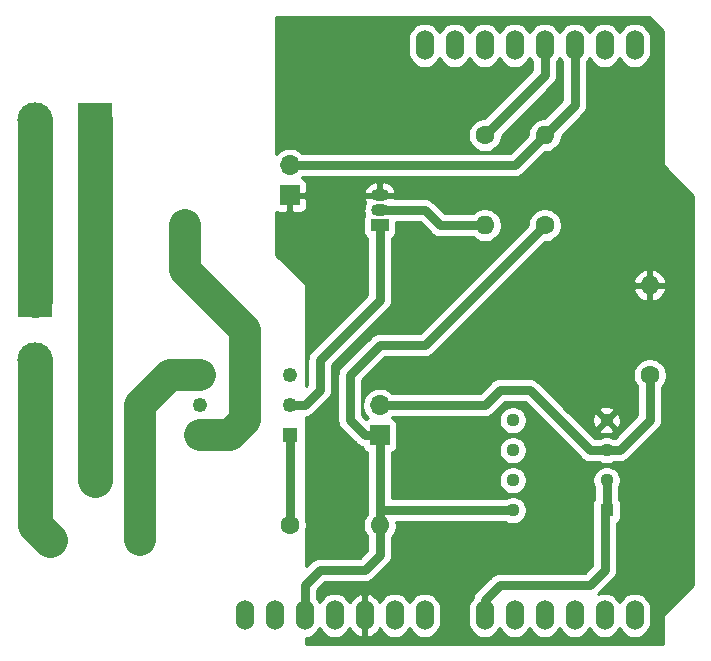
<source format=gbr>
%TF.GenerationSoftware,KiCad,Pcbnew,(5.1.9)-1*%
%TF.CreationDate,2021-05-12T10:09:58-03:00*%
%TF.ProjectId,esquematico,65737175-656d-4617-9469-636f2e6b6963,rev?*%
%TF.SameCoordinates,Original*%
%TF.FileFunction,Copper,L2,Bot*%
%TF.FilePolarity,Positive*%
%FSLAX46Y46*%
G04 Gerber Fmt 4.6, Leading zero omitted, Abs format (unit mm)*
G04 Created by KiCad (PCBNEW (5.1.9)-1) date 2021-05-12 10:09:58*
%MOMM*%
%LPD*%
G01*
G04 APERTURE LIST*
%TA.AperFunction,ComponentPad*%
%ADD10O,1.905000X2.000000*%
%TD*%
%TA.AperFunction,ComponentPad*%
%ADD11R,1.905000X2.000000*%
%TD*%
%TA.AperFunction,ComponentPad*%
%ADD12C,3.000000*%
%TD*%
%TA.AperFunction,ComponentPad*%
%ADD13R,3.000000X3.000000*%
%TD*%
%TA.AperFunction,ComponentPad*%
%ADD14O,1.524000X2.540000*%
%TD*%
%TA.AperFunction,ComponentPad*%
%ADD15C,1.248000*%
%TD*%
%TA.AperFunction,ComponentPad*%
%ADD16R,1.248000X1.248000*%
%TD*%
%TA.AperFunction,ComponentPad*%
%ADD17O,1.700000X1.700000*%
%TD*%
%TA.AperFunction,ComponentPad*%
%ADD18R,1.700000X1.700000*%
%TD*%
%TA.AperFunction,ComponentPad*%
%ADD19O,1.600000X1.600000*%
%TD*%
%TA.AperFunction,ComponentPad*%
%ADD20C,1.600000*%
%TD*%
%TA.AperFunction,ComponentPad*%
%ADD21R,1.500000X1.050000*%
%TD*%
%TA.AperFunction,ComponentPad*%
%ADD22O,1.500000X1.050000*%
%TD*%
%TA.AperFunction,ComponentPad*%
%ADD23R,1.130000X1.130000*%
%TD*%
%TA.AperFunction,ComponentPad*%
%ADD24C,1.130000*%
%TD*%
%TA.AperFunction,Conductor*%
%ADD25C,0.800000*%
%TD*%
%TA.AperFunction,Conductor*%
%ADD26C,2.700000*%
%TD*%
%TA.AperFunction,Conductor*%
%ADD27C,3.000000*%
%TD*%
%TA.AperFunction,Conductor*%
%ADD28C,0.254000*%
%TD*%
%TA.AperFunction,Conductor*%
%ADD29C,0.100000*%
%TD*%
G04 APERTURE END LIST*
D10*
%TO.P,Q2,3*%
%TO.N,Net-(Q2-Pad3)*%
X63500000Y-77470000D03*
%TO.P,Q2,2*%
%TO.N,Net-(Q2-Pad2)*%
X59690000Y-72390000D03*
D11*
%TO.P,Q2,1*%
%TO.N,Net-(Q2-Pad1)*%
X55880000Y-77470000D03*
%TD*%
D12*
%TO.P,AC,2*%
%TO.N,Net-(Q2-Pad1)*%
X54610000Y-62230000D03*
D13*
%TO.P,AC,1*%
%TO.N,AC*%
X54610000Y-57150000D03*
%TD*%
D14*
%TO.P,S11,IO*%
%TO.N,N/C*%
X72390000Y-83820000D03*
%TO.P,S11,RST*%
X74930000Y-83820000D03*
%TO.P,S11,3.3V*%
%TO.N,3.3V*%
X77470000Y-83820000D03*
%TO.P,S11,GND1*%
%TO.N,GND*%
X82550000Y-83820000D03*
%TO.P,S11,5V*%
%TO.N,N/C*%
X80010000Y-83820000D03*
%TO.P,S11,GND2*%
X85090000Y-83820000D03*
%TO.P,S11,Vin*%
X87630000Y-83820000D03*
%TO.P,S11,A0*%
%TO.N,/A0*%
X92710000Y-83820000D03*
%TO.P,S11,A1*%
%TO.N,N/C*%
X95250000Y-83820000D03*
%TO.P,S11,A3*%
X100330000Y-83820000D03*
%TO.P,S11,A2*%
X97790000Y-83820000D03*
%TO.P,S11,A4*%
X102870000Y-83820000D03*
%TO.P,S11,A5*%
X105410000Y-83820000D03*
%TO.P,S11,5*%
X92710000Y-35560000D03*
%TO.P,S11,6*%
X90170000Y-35560000D03*
%TO.P,S11,7*%
X87630000Y-35560000D03*
%TO.P,S11,4*%
X95250000Y-35560000D03*
%TO.P,S11,3*%
%TO.N,/PWM3*%
X97790000Y-35560000D03*
%TO.P,S11,2*%
%TO.N,/IO2*%
X100330000Y-35560000D03*
%TO.P,S11,1*%
%TO.N,N/C*%
X102870000Y-35560000D03*
%TO.P,S11,0*%
X105410000Y-35560000D03*
%TD*%
D15*
%TO.P,U1,6*%
%TO.N,Net-(R5-Pad1)*%
X68580000Y-68580000D03*
%TO.P,U1,5*%
%TO.N,Net-(U1-Pad5)*%
X68580000Y-66040000D03*
%TO.P,U1,4*%
%TO.N,Net-(Q2-Pad3)*%
X68580000Y-63500000D03*
%TO.P,U1,3*%
%TO.N,Net-(U1-Pad3)*%
X76200000Y-63500000D03*
%TO.P,U1,2*%
%TO.N,Net-(Q1-Pad1)*%
X76200000Y-66040000D03*
D16*
%TO.P,U1,1*%
%TO.N,Net-(R6-Pad1)*%
X76200000Y-68580000D03*
%TD*%
D17*
%TO.P,TH1,2*%
%TO.N,Net-(R1-Pad1)*%
X83820000Y-66040000D03*
D18*
%TO.P,TH1,1*%
%TO.N,3.3V*%
X83820000Y-68580000D03*
%TD*%
D17*
%TO.P,SW1,2*%
%TO.N,/IO2*%
X76200000Y-45720000D03*
D18*
%TO.P,SW1,1*%
%TO.N,GND*%
X76200000Y-48260000D03*
%TD*%
D19*
%TO.P,R5,2*%
%TO.N,Net-(Q2-Pad2)*%
X59690000Y-50800000D03*
D20*
%TO.P,R5,1*%
%TO.N,Net-(R5-Pad1)*%
X67310000Y-50800000D03*
%TD*%
D19*
%TO.P,R3,2*%
%TO.N,Net-(Q1-Pad2)*%
X92710000Y-50800000D03*
D20*
%TO.P,R3,1*%
%TO.N,/PWM3*%
X92710000Y-43180000D03*
%TD*%
D19*
%TO.P,R2,2*%
%TO.N,/IO2*%
X97790000Y-43180000D03*
D20*
%TO.P,R2,1*%
%TO.N,3.3V*%
X97790000Y-50800000D03*
%TD*%
D19*
%TO.P,R1,2*%
%TO.N,GND*%
X106680000Y-55880000D03*
D20*
%TO.P,R1,1*%
%TO.N,Net-(R1-Pad1)*%
X106680000Y-63500000D03*
%TD*%
D21*
%TO.P,Q1,1*%
%TO.N,Net-(Q1-Pad1)*%
X83820000Y-50800000D03*
D22*
%TO.P,Q1,3*%
%TO.N,GND*%
X83820000Y-48260000D03*
%TO.P,Q1,2*%
%TO.N,Net-(Q1-Pad2)*%
X83820000Y-49530000D03*
%TD*%
D13*
%TO.P,R4(Aquecedor)1,1*%
%TO.N,Net-(Q2-Pad2)*%
X59690000Y-41910000D03*
D12*
%TO.P,R4(Aquecedor)1,2*%
%TO.N,AC*%
X54610000Y-41910000D03*
%TD*%
D23*
%TO.P,U1A1A1,1*%
%TO.N,/A0*%
X103030000Y-74930000D03*
D24*
%TO.P,U1A1A1,2*%
X103030000Y-72390000D03*
%TO.P,U1A1A1,3*%
%TO.N,Net-(R1-Pad1)*%
X103030000Y-69850000D03*
%TO.P,U1A1A1,4*%
%TO.N,GND*%
X103030000Y-67310000D03*
%TO.P,U1A1A1,5*%
%TO.N,Net-(U1A1A1-Pad5)*%
X95090000Y-67310000D03*
%TO.P,U1A1A1,6*%
%TO.N,Net-(U1A1A1-Pad6)*%
X95090000Y-69850000D03*
%TO.P,U1A1A1,7*%
%TO.N,Net-(U1A1A1-Pad7)*%
X95090000Y-72390000D03*
%TO.P,U1A1A1,8*%
%TO.N,3.3V*%
X95090000Y-74930000D03*
%TD*%
D20*
%TO.P,R6,1*%
%TO.N,Net-(R6-Pad1)*%
X76200000Y-76200000D03*
D19*
%TO.P,R6,2*%
%TO.N,3.3V*%
X83820000Y-76200000D03*
%TD*%
D25*
%TO.N,Net-(Q1-Pad1)*%
X77470000Y-66040000D02*
X76200000Y-66040000D01*
X78740000Y-64770000D02*
X77470000Y-66040000D01*
X78740000Y-62230000D02*
X78740000Y-64770000D01*
X83820000Y-57150000D02*
X78740000Y-62230000D01*
X83820000Y-50800000D02*
X83820000Y-57150000D01*
%TO.N,Net-(Q1-Pad2)*%
X88900000Y-50800000D02*
X92710000Y-50800000D01*
X87630000Y-49530000D02*
X88900000Y-50800000D01*
X83820000Y-49530000D02*
X87630000Y-49530000D01*
%TO.N,Net-(R1-Pad1)*%
X103030000Y-69850000D02*
X104140000Y-69850000D01*
X104140000Y-69850000D02*
X106680000Y-67310000D01*
X106680000Y-67310000D02*
X106680000Y-63500000D01*
X83820000Y-66040000D02*
X92710000Y-66040000D01*
X92710000Y-66040000D02*
X93980000Y-64770000D01*
X93980000Y-64770000D02*
X96520000Y-64770000D01*
X101600000Y-69850000D02*
X103030000Y-69850000D01*
X96520000Y-64770000D02*
X101600000Y-69850000D01*
D26*
%TO.N,Net-(R5-Pad1)*%
X68580000Y-68580000D02*
X71120000Y-68580000D01*
X71120000Y-68580000D02*
X72390000Y-67310000D01*
X72390000Y-67310000D02*
X72390000Y-59690000D01*
X72390000Y-59690000D02*
X67310000Y-54610000D01*
X67310000Y-54610000D02*
X67310000Y-50800000D01*
D25*
%TO.N,GND*%
X106680000Y-56200000D02*
X106680000Y-55880000D01*
D26*
%TO.N,Net-(Q2-Pad3)*%
X63500000Y-77470000D02*
X63500000Y-66040000D01*
X63500000Y-66040000D02*
X66040000Y-63500000D01*
X66040000Y-63500000D02*
X68580000Y-63500000D01*
D27*
%TO.N,Net-(Q2-Pad2)*%
X59690000Y-68580000D02*
X59690000Y-50800000D01*
X59690000Y-50800000D02*
X59690000Y-41910000D01*
X59690000Y-72390000D02*
X59690000Y-68580000D01*
D25*
%TO.N,/IO2*%
X100330000Y-40640000D02*
X97790000Y-43180000D01*
X100330000Y-35560000D02*
X100330000Y-40640000D01*
X97790000Y-43180000D02*
X95250000Y-45720000D01*
X95250000Y-45720000D02*
X86360000Y-45720000D01*
X86360000Y-45720000D02*
X76200000Y-45720000D01*
%TO.N,3.3V*%
X83820000Y-74930000D02*
X95090000Y-74930000D01*
X83820000Y-74930000D02*
X83820000Y-68580000D01*
X83820000Y-68580000D02*
X82550000Y-68580000D01*
X87630000Y-60960000D02*
X97790000Y-50800000D01*
X82550000Y-68580000D02*
X81280000Y-67310000D01*
X81280000Y-63500000D02*
X83820000Y-60960000D01*
X81280000Y-67310000D02*
X81280000Y-63500000D01*
X83820000Y-60960000D02*
X87630000Y-60960000D01*
X83820000Y-78740000D02*
X83820000Y-76200000D01*
X82550000Y-80010000D02*
X83820000Y-78740000D01*
X78740000Y-80010000D02*
X82550000Y-80010000D01*
X77470000Y-81280000D02*
X78740000Y-80010000D01*
X77470000Y-83820000D02*
X77470000Y-81280000D01*
X83820000Y-76200000D02*
X83820000Y-74930000D01*
%TO.N,/PWM3*%
X97790000Y-35560000D02*
X97790000Y-38100000D01*
X97790000Y-38100000D02*
X92710000Y-43180000D01*
%TO.N,/A0*%
X92710000Y-83820000D02*
X92710000Y-82550000D01*
X92710000Y-82550000D02*
X93980000Y-81280000D01*
X93980000Y-81280000D02*
X101600000Y-81280000D01*
X101600000Y-81280000D02*
X102870000Y-80010000D01*
X102870000Y-75090000D02*
X103030000Y-74930000D01*
X102870000Y-80010000D02*
X102870000Y-75090000D01*
X103030000Y-74930000D02*
X103030000Y-72390000D01*
D27*
%TO.N,AC*%
X54610000Y-41910000D02*
X54610000Y-57150000D01*
%TO.N,Net-(Q2-Pad1)*%
X54610000Y-76200000D02*
X55880000Y-77470000D01*
X54610000Y-62230000D02*
X54610000Y-76200000D01*
D25*
%TO.N,Net-(R6-Pad1)*%
X76200000Y-76200000D02*
X76200000Y-68580000D01*
%TD*%
D28*
%TO.N,GND*%
X107823000Y-34342606D02*
X107823000Y-45720000D01*
X107825440Y-45744776D01*
X107832667Y-45768601D01*
X107844403Y-45790557D01*
X107860197Y-45809803D01*
X110363000Y-48312606D01*
X110363000Y-81227394D01*
X107860197Y-83730197D01*
X107844403Y-83749443D01*
X107832667Y-83771399D01*
X107825440Y-83795224D01*
X107823000Y-83820000D01*
X107823000Y-86233000D01*
X77597000Y-86233000D01*
X77597000Y-85719251D01*
X77743860Y-85704786D01*
X78007195Y-85624904D01*
X78249887Y-85495183D01*
X78462608Y-85320608D01*
X78637183Y-85107887D01*
X78740000Y-84915529D01*
X78842817Y-85107887D01*
X79017393Y-85320608D01*
X79230114Y-85495183D01*
X79472806Y-85624904D01*
X79736141Y-85704786D01*
X80010000Y-85731759D01*
X80283860Y-85704786D01*
X80547195Y-85624904D01*
X80789887Y-85495183D01*
X81002608Y-85320608D01*
X81177183Y-85107887D01*
X81281038Y-84913587D01*
X81307941Y-84979942D01*
X81458994Y-85209729D01*
X81651974Y-85405632D01*
X81879465Y-85560122D01*
X82132724Y-85667262D01*
X82206930Y-85682220D01*
X82423000Y-85559720D01*
X82423000Y-83947000D01*
X82403000Y-83947000D01*
X82403000Y-83693000D01*
X82423000Y-83693000D01*
X82423000Y-82080280D01*
X82677000Y-82080280D01*
X82677000Y-83693000D01*
X82697000Y-83693000D01*
X82697000Y-83947000D01*
X82677000Y-83947000D01*
X82677000Y-85559720D01*
X82893070Y-85682220D01*
X82967276Y-85667262D01*
X83220535Y-85560122D01*
X83448026Y-85405632D01*
X83641006Y-85209729D01*
X83792059Y-84979942D01*
X83818962Y-84913587D01*
X83922817Y-85107887D01*
X84097393Y-85320608D01*
X84310114Y-85495183D01*
X84552806Y-85624904D01*
X84816141Y-85704786D01*
X85090000Y-85731759D01*
X85363860Y-85704786D01*
X85627195Y-85624904D01*
X85869887Y-85495183D01*
X86082608Y-85320608D01*
X86257183Y-85107887D01*
X86360000Y-84915529D01*
X86462817Y-85107887D01*
X86637393Y-85320608D01*
X86850114Y-85495183D01*
X87092806Y-85624904D01*
X87356141Y-85704786D01*
X87630000Y-85731759D01*
X87903860Y-85704786D01*
X88167195Y-85624904D01*
X88409887Y-85495183D01*
X88622608Y-85320608D01*
X88797183Y-85107887D01*
X88926904Y-84865195D01*
X89006786Y-84601860D01*
X89027000Y-84396625D01*
X89027000Y-83243376D01*
X91313000Y-83243376D01*
X91313000Y-84396625D01*
X91333214Y-84601860D01*
X91413096Y-84865195D01*
X91542817Y-85107887D01*
X91717393Y-85320608D01*
X91930114Y-85495183D01*
X92172806Y-85624904D01*
X92436141Y-85704786D01*
X92710000Y-85731759D01*
X92983860Y-85704786D01*
X93247195Y-85624904D01*
X93489887Y-85495183D01*
X93702608Y-85320608D01*
X93877183Y-85107887D01*
X93980000Y-84915529D01*
X94082817Y-85107887D01*
X94257393Y-85320608D01*
X94470114Y-85495183D01*
X94712806Y-85624904D01*
X94976141Y-85704786D01*
X95250000Y-85731759D01*
X95523860Y-85704786D01*
X95787195Y-85624904D01*
X96029887Y-85495183D01*
X96242608Y-85320608D01*
X96417183Y-85107887D01*
X96520000Y-84915529D01*
X96622817Y-85107887D01*
X96797393Y-85320608D01*
X97010114Y-85495183D01*
X97252806Y-85624904D01*
X97516141Y-85704786D01*
X97790000Y-85731759D01*
X98063860Y-85704786D01*
X98327195Y-85624904D01*
X98569887Y-85495183D01*
X98782608Y-85320608D01*
X98957183Y-85107887D01*
X99060000Y-84915529D01*
X99162817Y-85107887D01*
X99337393Y-85320608D01*
X99550114Y-85495183D01*
X99792806Y-85624904D01*
X100056141Y-85704786D01*
X100330000Y-85731759D01*
X100603860Y-85704786D01*
X100867195Y-85624904D01*
X101109887Y-85495183D01*
X101322608Y-85320608D01*
X101497183Y-85107887D01*
X101600000Y-84915529D01*
X101702817Y-85107887D01*
X101877393Y-85320608D01*
X102090114Y-85495183D01*
X102332806Y-85624904D01*
X102596141Y-85704786D01*
X102870000Y-85731759D01*
X103143860Y-85704786D01*
X103407195Y-85624904D01*
X103649887Y-85495183D01*
X103862608Y-85320608D01*
X104037183Y-85107887D01*
X104140000Y-84915529D01*
X104242817Y-85107887D01*
X104417393Y-85320608D01*
X104630114Y-85495183D01*
X104872806Y-85624904D01*
X105136141Y-85704786D01*
X105410000Y-85731759D01*
X105683860Y-85704786D01*
X105947195Y-85624904D01*
X106189887Y-85495183D01*
X106402608Y-85320608D01*
X106577183Y-85107887D01*
X106706904Y-84865195D01*
X106786786Y-84601860D01*
X106807000Y-84396625D01*
X106807000Y-83243375D01*
X106786786Y-83038140D01*
X106706904Y-82774805D01*
X106577183Y-82532113D01*
X106402607Y-82319392D01*
X106189886Y-82144817D01*
X105947194Y-82015096D01*
X105683859Y-81935214D01*
X105410000Y-81908241D01*
X105136140Y-81935214D01*
X104872805Y-82015096D01*
X104630113Y-82144817D01*
X104417392Y-82319393D01*
X104242817Y-82532114D01*
X104140000Y-82724471D01*
X104037183Y-82532113D01*
X103862607Y-82319392D01*
X103649886Y-82144817D01*
X103407194Y-82015096D01*
X103143859Y-81935214D01*
X102870000Y-81908241D01*
X102596140Y-81935214D01*
X102336583Y-82013950D01*
X102367807Y-81975903D01*
X103565908Y-80777803D01*
X103605396Y-80745396D01*
X103640844Y-80702203D01*
X103734734Y-80587798D01*
X103786104Y-80491691D01*
X103830841Y-80407993D01*
X103890024Y-80212895D01*
X103905000Y-80060838D01*
X103905000Y-80060829D01*
X103910006Y-80010001D01*
X103905000Y-79959173D01*
X103905000Y-76049320D01*
X103949494Y-76025537D01*
X104046185Y-75946185D01*
X104125537Y-75849494D01*
X104184502Y-75739180D01*
X104220812Y-75619482D01*
X104233072Y-75495000D01*
X104233072Y-74365000D01*
X104220812Y-74240518D01*
X104184502Y-74120820D01*
X104125537Y-74010506D01*
X104065000Y-73936741D01*
X104065000Y-73000956D01*
X104093426Y-72958413D01*
X104183884Y-72740027D01*
X104230000Y-72508190D01*
X104230000Y-72271810D01*
X104183884Y-72039973D01*
X104093426Y-71821587D01*
X103962101Y-71625045D01*
X103794955Y-71457899D01*
X103598413Y-71326574D01*
X103380027Y-71236116D01*
X103148190Y-71190000D01*
X102911810Y-71190000D01*
X102679973Y-71236116D01*
X102461587Y-71326574D01*
X102265045Y-71457899D01*
X102097899Y-71625045D01*
X101966574Y-71821587D01*
X101876116Y-72039973D01*
X101830000Y-72271810D01*
X101830000Y-72508190D01*
X101876116Y-72740027D01*
X101966574Y-72958413D01*
X101995001Y-73000957D01*
X101995000Y-73936741D01*
X101934463Y-74010506D01*
X101875498Y-74120820D01*
X101839188Y-74240518D01*
X101826928Y-74365000D01*
X101826928Y-75495000D01*
X101835001Y-75576968D01*
X101835000Y-79581289D01*
X101171290Y-80245000D01*
X94030827Y-80245000D01*
X93979999Y-80239994D01*
X93929171Y-80245000D01*
X93929162Y-80245000D01*
X93777105Y-80259976D01*
X93582007Y-80319159D01*
X93498309Y-80363896D01*
X93402202Y-80415266D01*
X93284092Y-80512197D01*
X93244604Y-80544604D01*
X93212197Y-80584092D01*
X92014092Y-81782198D01*
X91974605Y-81814604D01*
X91942198Y-81854092D01*
X91942197Y-81854093D01*
X91845266Y-81972203D01*
X91749160Y-82152007D01*
X91689977Y-82347105D01*
X91689340Y-82353575D01*
X91542817Y-82532114D01*
X91413096Y-82774806D01*
X91333214Y-83038141D01*
X91313000Y-83243376D01*
X89027000Y-83243376D01*
X89027000Y-83243375D01*
X89006786Y-83038140D01*
X88926904Y-82774805D01*
X88797183Y-82532113D01*
X88622607Y-82319392D01*
X88409886Y-82144817D01*
X88167194Y-82015096D01*
X87903859Y-81935214D01*
X87630000Y-81908241D01*
X87356140Y-81935214D01*
X87092805Y-82015096D01*
X86850113Y-82144817D01*
X86637392Y-82319393D01*
X86462817Y-82532114D01*
X86360000Y-82724471D01*
X86257183Y-82532113D01*
X86082607Y-82319392D01*
X85869886Y-82144817D01*
X85627194Y-82015096D01*
X85363859Y-81935214D01*
X85090000Y-81908241D01*
X84816140Y-81935214D01*
X84552805Y-82015096D01*
X84310113Y-82144817D01*
X84097392Y-82319393D01*
X83922817Y-82532114D01*
X83818962Y-82726414D01*
X83792059Y-82660058D01*
X83641006Y-82430271D01*
X83448026Y-82234368D01*
X83220535Y-82079878D01*
X82967276Y-81972738D01*
X82893070Y-81957780D01*
X82677000Y-82080280D01*
X82423000Y-82080280D01*
X82206930Y-81957780D01*
X82132724Y-81972738D01*
X81879465Y-82079878D01*
X81651974Y-82234368D01*
X81458994Y-82430271D01*
X81307941Y-82660058D01*
X81281038Y-82726413D01*
X81177183Y-82532113D01*
X81002607Y-82319392D01*
X80789886Y-82144817D01*
X80547194Y-82015096D01*
X80283859Y-81935214D01*
X80010000Y-81908241D01*
X79736140Y-81935214D01*
X79472805Y-82015096D01*
X79230113Y-82144817D01*
X79017392Y-82319393D01*
X78842817Y-82532114D01*
X78740000Y-82724471D01*
X78637183Y-82532113D01*
X78505000Y-82371048D01*
X78505000Y-81708710D01*
X79168711Y-81045000D01*
X82499172Y-81045000D01*
X82550000Y-81050006D01*
X82600828Y-81045000D01*
X82600838Y-81045000D01*
X82752895Y-81030024D01*
X82947993Y-80970841D01*
X83127797Y-80874734D01*
X83285396Y-80745396D01*
X83317807Y-80705903D01*
X84515908Y-79507803D01*
X84555396Y-79475396D01*
X84590844Y-79432203D01*
X84684734Y-79317798D01*
X84736104Y-79221691D01*
X84780841Y-79137993D01*
X84840024Y-78942895D01*
X84855000Y-78790838D01*
X84855000Y-78790829D01*
X84860006Y-78740001D01*
X84855000Y-78689173D01*
X84855000Y-77194396D01*
X84934637Y-77114759D01*
X85091680Y-76879727D01*
X85199853Y-76618574D01*
X85255000Y-76341335D01*
X85255000Y-76058665D01*
X85236369Y-75965000D01*
X94479044Y-75965000D01*
X94521587Y-75993426D01*
X94739973Y-76083884D01*
X94971810Y-76130000D01*
X95208190Y-76130000D01*
X95440027Y-76083884D01*
X95658413Y-75993426D01*
X95854955Y-75862101D01*
X96022101Y-75694955D01*
X96153426Y-75498413D01*
X96243884Y-75280027D01*
X96290000Y-75048190D01*
X96290000Y-74811810D01*
X96243884Y-74579973D01*
X96153426Y-74361587D01*
X96022101Y-74165045D01*
X95854955Y-73997899D01*
X95658413Y-73866574D01*
X95440027Y-73776116D01*
X95208190Y-73730000D01*
X94971810Y-73730000D01*
X94739973Y-73776116D01*
X94521587Y-73866574D01*
X94479044Y-73895000D01*
X84855000Y-73895000D01*
X84855000Y-72271810D01*
X93890000Y-72271810D01*
X93890000Y-72508190D01*
X93936116Y-72740027D01*
X94026574Y-72958413D01*
X94157899Y-73154955D01*
X94325045Y-73322101D01*
X94521587Y-73453426D01*
X94739973Y-73543884D01*
X94971810Y-73590000D01*
X95208190Y-73590000D01*
X95440027Y-73543884D01*
X95658413Y-73453426D01*
X95854955Y-73322101D01*
X96022101Y-73154955D01*
X96153426Y-72958413D01*
X96243884Y-72740027D01*
X96290000Y-72508190D01*
X96290000Y-72271810D01*
X96243884Y-72039973D01*
X96153426Y-71821587D01*
X96022101Y-71625045D01*
X95854955Y-71457899D01*
X95658413Y-71326574D01*
X95440027Y-71236116D01*
X95208190Y-71190000D01*
X94971810Y-71190000D01*
X94739973Y-71236116D01*
X94521587Y-71326574D01*
X94325045Y-71457899D01*
X94157899Y-71625045D01*
X94026574Y-71821587D01*
X93936116Y-72039973D01*
X93890000Y-72271810D01*
X84855000Y-72271810D01*
X84855000Y-70037454D01*
X84914180Y-70019502D01*
X85024494Y-69960537D01*
X85121185Y-69881185D01*
X85200537Y-69784494D01*
X85228697Y-69731810D01*
X93890000Y-69731810D01*
X93890000Y-69968190D01*
X93936116Y-70200027D01*
X94026574Y-70418413D01*
X94157899Y-70614955D01*
X94325045Y-70782101D01*
X94521587Y-70913426D01*
X94739973Y-71003884D01*
X94971810Y-71050000D01*
X95208190Y-71050000D01*
X95440027Y-71003884D01*
X95658413Y-70913426D01*
X95854955Y-70782101D01*
X96022101Y-70614955D01*
X96153426Y-70418413D01*
X96243884Y-70200027D01*
X96290000Y-69968190D01*
X96290000Y-69731810D01*
X96243884Y-69499973D01*
X96153426Y-69281587D01*
X96022101Y-69085045D01*
X95854955Y-68917899D01*
X95658413Y-68786574D01*
X95440027Y-68696116D01*
X95208190Y-68650000D01*
X94971810Y-68650000D01*
X94739973Y-68696116D01*
X94521587Y-68786574D01*
X94325045Y-68917899D01*
X94157899Y-69085045D01*
X94026574Y-69281587D01*
X93936116Y-69499973D01*
X93890000Y-69731810D01*
X85228697Y-69731810D01*
X85259502Y-69674180D01*
X85295812Y-69554482D01*
X85308072Y-69430000D01*
X85308072Y-67730000D01*
X85295812Y-67605518D01*
X85259502Y-67485820D01*
X85200537Y-67375506D01*
X85121185Y-67278815D01*
X85024494Y-67199463D01*
X85010177Y-67191810D01*
X93890000Y-67191810D01*
X93890000Y-67428190D01*
X93936116Y-67660027D01*
X94026574Y-67878413D01*
X94157899Y-68074955D01*
X94325045Y-68242101D01*
X94521587Y-68373426D01*
X94739973Y-68463884D01*
X94971810Y-68510000D01*
X95208190Y-68510000D01*
X95440027Y-68463884D01*
X95658413Y-68373426D01*
X95854955Y-68242101D01*
X96022101Y-68074955D01*
X96153426Y-67878413D01*
X96243884Y-67660027D01*
X96290000Y-67428190D01*
X96290000Y-67191810D01*
X96243884Y-66959973D01*
X96153426Y-66741587D01*
X96022101Y-66545045D01*
X95854955Y-66377899D01*
X95658413Y-66246574D01*
X95440027Y-66156116D01*
X95208190Y-66110000D01*
X94971810Y-66110000D01*
X94739973Y-66156116D01*
X94521587Y-66246574D01*
X94325045Y-66377899D01*
X94157899Y-66545045D01*
X94026574Y-66741587D01*
X93936116Y-66959973D01*
X93890000Y-67191810D01*
X85010177Y-67191810D01*
X84914180Y-67140498D01*
X84841620Y-67118487D01*
X84885107Y-67075000D01*
X92659172Y-67075000D01*
X92710000Y-67080006D01*
X92760828Y-67075000D01*
X92760838Y-67075000D01*
X92912895Y-67060024D01*
X93107993Y-67000841D01*
X93287797Y-66904734D01*
X93445396Y-66775396D01*
X93477807Y-66735903D01*
X94408711Y-65805000D01*
X96091290Y-65805000D01*
X100832197Y-70545908D01*
X100864604Y-70585396D01*
X100904092Y-70617803D01*
X101022202Y-70714734D01*
X101118309Y-70766104D01*
X101202007Y-70810841D01*
X101397105Y-70870024D01*
X101549162Y-70885000D01*
X101549164Y-70885000D01*
X101600000Y-70890007D01*
X101650835Y-70885000D01*
X102419044Y-70885000D01*
X102461587Y-70913426D01*
X102679973Y-71003884D01*
X102911810Y-71050000D01*
X103148190Y-71050000D01*
X103380027Y-71003884D01*
X103598413Y-70913426D01*
X103640956Y-70885000D01*
X104089172Y-70885000D01*
X104140000Y-70890006D01*
X104190828Y-70885000D01*
X104190838Y-70885000D01*
X104342895Y-70870024D01*
X104537993Y-70810841D01*
X104717797Y-70714734D01*
X104875396Y-70585396D01*
X104907807Y-70545903D01*
X107375908Y-68077803D01*
X107415396Y-68045396D01*
X107450844Y-68002202D01*
X107544734Y-67887798D01*
X107629078Y-67730000D01*
X107640841Y-67707993D01*
X107700024Y-67512895D01*
X107715000Y-67360838D01*
X107715000Y-67360829D01*
X107720006Y-67310001D01*
X107715000Y-67259173D01*
X107715000Y-64494396D01*
X107794637Y-64414759D01*
X107951680Y-64179727D01*
X108059853Y-63918574D01*
X108115000Y-63641335D01*
X108115000Y-63358665D01*
X108059853Y-63081426D01*
X107951680Y-62820273D01*
X107794637Y-62585241D01*
X107594759Y-62385363D01*
X107359727Y-62228320D01*
X107098574Y-62120147D01*
X106821335Y-62065000D01*
X106538665Y-62065000D01*
X106261426Y-62120147D01*
X106000273Y-62228320D01*
X105765241Y-62385363D01*
X105565363Y-62585241D01*
X105408320Y-62820273D01*
X105300147Y-63081426D01*
X105245000Y-63358665D01*
X105245000Y-63641335D01*
X105300147Y-63918574D01*
X105408320Y-64179727D01*
X105565363Y-64414759D01*
X105645001Y-64494397D01*
X105645000Y-66881289D01*
X103711290Y-68815000D01*
X103640956Y-68815000D01*
X103598413Y-68786574D01*
X103380027Y-68696116D01*
X103148190Y-68650000D01*
X102911810Y-68650000D01*
X102679973Y-68696116D01*
X102461587Y-68786574D01*
X102419044Y-68815000D01*
X102028711Y-68815000D01*
X101348427Y-68134716D01*
X102384889Y-68134716D01*
X102427933Y-68354740D01*
X102643320Y-68452123D01*
X102873567Y-68505615D01*
X103109826Y-68513160D01*
X103343017Y-68474468D01*
X103564179Y-68391027D01*
X103632067Y-68354740D01*
X103675111Y-68134716D01*
X103030000Y-67489605D01*
X102384889Y-68134716D01*
X101348427Y-68134716D01*
X100603537Y-67389826D01*
X101826840Y-67389826D01*
X101865532Y-67623017D01*
X101948973Y-67844179D01*
X101985260Y-67912067D01*
X102205284Y-67955111D01*
X102850395Y-67310000D01*
X103209605Y-67310000D01*
X103854716Y-67955111D01*
X104074740Y-67912067D01*
X104172123Y-67696680D01*
X104225615Y-67466433D01*
X104233160Y-67230174D01*
X104194468Y-66996983D01*
X104111027Y-66775821D01*
X104074740Y-66707933D01*
X103854716Y-66664889D01*
X103209605Y-67310000D01*
X102850395Y-67310000D01*
X102205284Y-66664889D01*
X101985260Y-66707933D01*
X101887877Y-66923320D01*
X101834385Y-67153567D01*
X101826840Y-67389826D01*
X100603537Y-67389826D01*
X99698995Y-66485284D01*
X102384889Y-66485284D01*
X103030000Y-67130395D01*
X103675111Y-66485284D01*
X103632067Y-66265260D01*
X103416680Y-66167877D01*
X103186433Y-66114385D01*
X102950174Y-66106840D01*
X102716983Y-66145532D01*
X102495821Y-66228973D01*
X102427933Y-66265260D01*
X102384889Y-66485284D01*
X99698995Y-66485284D01*
X97287807Y-64074097D01*
X97255396Y-64034604D01*
X97097797Y-63905266D01*
X96917993Y-63809159D01*
X96722895Y-63749976D01*
X96570838Y-63735000D01*
X96570828Y-63735000D01*
X96520000Y-63729994D01*
X96469172Y-63735000D01*
X94030827Y-63735000D01*
X93979999Y-63729994D01*
X93929171Y-63735000D01*
X93929162Y-63735000D01*
X93777105Y-63749976D01*
X93582007Y-63809159D01*
X93498309Y-63853896D01*
X93402202Y-63905266D01*
X93284092Y-64002197D01*
X93244604Y-64034604D01*
X93212197Y-64074092D01*
X92281290Y-65005000D01*
X84885107Y-65005000D01*
X84766632Y-64886525D01*
X84523411Y-64724010D01*
X84253158Y-64612068D01*
X83966260Y-64555000D01*
X83673740Y-64555000D01*
X83386842Y-64612068D01*
X83116589Y-64724010D01*
X82873368Y-64886525D01*
X82666525Y-65093368D01*
X82504010Y-65336589D01*
X82392068Y-65606842D01*
X82335000Y-65893740D01*
X82335000Y-66186260D01*
X82392068Y-66473158D01*
X82504010Y-66743411D01*
X82666525Y-66986632D01*
X82798380Y-67118487D01*
X82725820Y-67140498D01*
X82627019Y-67193309D01*
X82315000Y-66881290D01*
X82315000Y-63928710D01*
X84248711Y-61995000D01*
X87579172Y-61995000D01*
X87630000Y-62000006D01*
X87680828Y-61995000D01*
X87680838Y-61995000D01*
X87832895Y-61980024D01*
X88027993Y-61920841D01*
X88207797Y-61824734D01*
X88365396Y-61695396D01*
X88397807Y-61655903D01*
X93824670Y-56229040D01*
X105288091Y-56229040D01*
X105382930Y-56493881D01*
X105527615Y-56735131D01*
X105716586Y-56943519D01*
X105942580Y-57111037D01*
X106196913Y-57231246D01*
X106330961Y-57271904D01*
X106553000Y-57149915D01*
X106553000Y-56007000D01*
X106807000Y-56007000D01*
X106807000Y-57149915D01*
X107029039Y-57271904D01*
X107163087Y-57231246D01*
X107417420Y-57111037D01*
X107643414Y-56943519D01*
X107832385Y-56735131D01*
X107977070Y-56493881D01*
X108071909Y-56229040D01*
X107950624Y-56007000D01*
X106807000Y-56007000D01*
X106553000Y-56007000D01*
X105409376Y-56007000D01*
X105288091Y-56229040D01*
X93824670Y-56229040D01*
X94522750Y-55530960D01*
X105288091Y-55530960D01*
X105409376Y-55753000D01*
X106553000Y-55753000D01*
X106553000Y-54610085D01*
X106807000Y-54610085D01*
X106807000Y-55753000D01*
X107950624Y-55753000D01*
X108071909Y-55530960D01*
X107977070Y-55266119D01*
X107832385Y-55024869D01*
X107643414Y-54816481D01*
X107417420Y-54648963D01*
X107163087Y-54528754D01*
X107029039Y-54488096D01*
X106807000Y-54610085D01*
X106553000Y-54610085D01*
X106330961Y-54488096D01*
X106196913Y-54528754D01*
X105942580Y-54648963D01*
X105716586Y-54816481D01*
X105527615Y-55024869D01*
X105382930Y-55266119D01*
X105288091Y-55530960D01*
X94522750Y-55530960D01*
X97818711Y-52235000D01*
X97931335Y-52235000D01*
X98208574Y-52179853D01*
X98469727Y-52071680D01*
X98704759Y-51914637D01*
X98904637Y-51714759D01*
X99061680Y-51479727D01*
X99169853Y-51218574D01*
X99225000Y-50941335D01*
X99225000Y-50658665D01*
X99169853Y-50381426D01*
X99061680Y-50120273D01*
X98904637Y-49885241D01*
X98704759Y-49685363D01*
X98469727Y-49528320D01*
X98208574Y-49420147D01*
X97931335Y-49365000D01*
X97648665Y-49365000D01*
X97371426Y-49420147D01*
X97110273Y-49528320D01*
X96875241Y-49685363D01*
X96675363Y-49885241D01*
X96518320Y-50120273D01*
X96410147Y-50381426D01*
X96355000Y-50658665D01*
X96355000Y-50771289D01*
X87201290Y-59925000D01*
X83870827Y-59925000D01*
X83819999Y-59919994D01*
X83769171Y-59925000D01*
X83769162Y-59925000D01*
X83617105Y-59939976D01*
X83422007Y-59999159D01*
X83338309Y-60043896D01*
X83242202Y-60095266D01*
X83124092Y-60192197D01*
X83084604Y-60224604D01*
X83052197Y-60264092D01*
X80584092Y-62732198D01*
X80544605Y-62764604D01*
X80512198Y-62804092D01*
X80512197Y-62804093D01*
X80415266Y-62922203D01*
X80319160Y-63102007D01*
X80259977Y-63297105D01*
X80239994Y-63500000D01*
X80245001Y-63550838D01*
X80245000Y-67259172D01*
X80239994Y-67310000D01*
X80245000Y-67360828D01*
X80245000Y-67360837D01*
X80259976Y-67512894D01*
X80319159Y-67707992D01*
X80415266Y-67887797D01*
X80544604Y-68045396D01*
X80584097Y-68077807D01*
X81782197Y-69275908D01*
X81814604Y-69315396D01*
X81854092Y-69347803D01*
X81972202Y-69444734D01*
X82068309Y-69496104D01*
X82152007Y-69540841D01*
X82347105Y-69600024D01*
X82358339Y-69601130D01*
X82380498Y-69674180D01*
X82439463Y-69784494D01*
X82518815Y-69881185D01*
X82615506Y-69960537D01*
X82725820Y-70019502D01*
X82785001Y-70037454D01*
X82785000Y-74879162D01*
X82779993Y-74930000D01*
X82785001Y-74980847D01*
X82785001Y-75205603D01*
X82705363Y-75285241D01*
X82548320Y-75520273D01*
X82440147Y-75781426D01*
X82385000Y-76058665D01*
X82385000Y-76341335D01*
X82440147Y-76618574D01*
X82548320Y-76879727D01*
X82705363Y-77114759D01*
X82785001Y-77194397D01*
X82785000Y-78311289D01*
X82121290Y-78975000D01*
X78790827Y-78975000D01*
X78739999Y-78969994D01*
X78689171Y-78975000D01*
X78689162Y-78975000D01*
X78537105Y-78989976D01*
X78342007Y-79049159D01*
X78258309Y-79093896D01*
X78162202Y-79145266D01*
X78044092Y-79242197D01*
X78004604Y-79274604D01*
X77972197Y-79314092D01*
X77597000Y-79689289D01*
X77597000Y-76532371D01*
X77635000Y-76341335D01*
X77635000Y-76058665D01*
X77597000Y-75867629D01*
X77597000Y-67067499D01*
X77672895Y-67060024D01*
X77867993Y-67000841D01*
X78047797Y-66904734D01*
X78205396Y-66775396D01*
X78237807Y-66735903D01*
X79435908Y-65537803D01*
X79475396Y-65505396D01*
X79526078Y-65443640D01*
X79604734Y-65347798D01*
X79663724Y-65237434D01*
X79700841Y-65167993D01*
X79760024Y-64972895D01*
X79775000Y-64820838D01*
X79775000Y-64820829D01*
X79780006Y-64770001D01*
X79775000Y-64719173D01*
X79775000Y-62658710D01*
X84515908Y-57917803D01*
X84555396Y-57885396D01*
X84587803Y-57845908D01*
X84684734Y-57727798D01*
X84780840Y-57547994D01*
X84780841Y-57547993D01*
X84840024Y-57352895D01*
X84855000Y-57200838D01*
X84855000Y-57200836D01*
X84860007Y-57150000D01*
X84855000Y-57099165D01*
X84855000Y-51892683D01*
X84924494Y-51855537D01*
X85021185Y-51776185D01*
X85100537Y-51679494D01*
X85159502Y-51569180D01*
X85195812Y-51449482D01*
X85208072Y-51325000D01*
X85208072Y-50565000D01*
X87201290Y-50565000D01*
X88132197Y-51495908D01*
X88164604Y-51535396D01*
X88204092Y-51567803D01*
X88322202Y-51664734D01*
X88415793Y-51714759D01*
X88502007Y-51760841D01*
X88697105Y-51820024D01*
X88849162Y-51835000D01*
X88849171Y-51835000D01*
X88899999Y-51840006D01*
X88950827Y-51835000D01*
X91715604Y-51835000D01*
X91795241Y-51914637D01*
X92030273Y-52071680D01*
X92291426Y-52179853D01*
X92568665Y-52235000D01*
X92851335Y-52235000D01*
X93128574Y-52179853D01*
X93389727Y-52071680D01*
X93624759Y-51914637D01*
X93824637Y-51714759D01*
X93981680Y-51479727D01*
X94089853Y-51218574D01*
X94145000Y-50941335D01*
X94145000Y-50658665D01*
X94089853Y-50381426D01*
X93981680Y-50120273D01*
X93824637Y-49885241D01*
X93624759Y-49685363D01*
X93389727Y-49528320D01*
X93128574Y-49420147D01*
X92851335Y-49365000D01*
X92568665Y-49365000D01*
X92291426Y-49420147D01*
X92030273Y-49528320D01*
X91795241Y-49685363D01*
X91715604Y-49765000D01*
X89328711Y-49765000D01*
X88397807Y-48834097D01*
X88365396Y-48794604D01*
X88207797Y-48665266D01*
X88027993Y-48569159D01*
X87832895Y-48509976D01*
X87680838Y-48495000D01*
X87680828Y-48495000D01*
X87630000Y-48489994D01*
X87579172Y-48495000D01*
X85114146Y-48495000D01*
X85038163Y-48387000D01*
X84273109Y-48387000D01*
X84272400Y-48386785D01*
X84101979Y-48370000D01*
X83538021Y-48370000D01*
X83367600Y-48386785D01*
X83366891Y-48387000D01*
X82601837Y-48387000D01*
X82476036Y-48565810D01*
X82484728Y-48627337D01*
X82577725Y-48836882D01*
X82618929Y-48895331D01*
X82518115Y-49083940D01*
X82451785Y-49302600D01*
X82429388Y-49530000D01*
X82451785Y-49757400D01*
X82515093Y-49966098D01*
X82480498Y-50030820D01*
X82444188Y-50150518D01*
X82431928Y-50275000D01*
X82431928Y-51325000D01*
X82444188Y-51449482D01*
X82480498Y-51569180D01*
X82539463Y-51679494D01*
X82618815Y-51776185D01*
X82715506Y-51855537D01*
X82785000Y-51892683D01*
X82785001Y-56721288D01*
X78044097Y-61462193D01*
X78004604Y-61494604D01*
X77875266Y-61652203D01*
X77779159Y-61832008D01*
X77719976Y-62027106D01*
X77705000Y-62179163D01*
X77705000Y-62179172D01*
X77699994Y-62230000D01*
X77705000Y-62280828D01*
X77705001Y-64341288D01*
X77597000Y-64449289D01*
X77597000Y-55880000D01*
X77594560Y-55855224D01*
X77587333Y-55831399D01*
X77575597Y-55809443D01*
X77559803Y-55790197D01*
X75057000Y-53287394D01*
X75057000Y-49673407D01*
X75105820Y-49699502D01*
X75225518Y-49735812D01*
X75350000Y-49748072D01*
X75914250Y-49745000D01*
X76073000Y-49586250D01*
X76073000Y-48387000D01*
X76327000Y-48387000D01*
X76327000Y-49586250D01*
X76485750Y-49745000D01*
X77050000Y-49748072D01*
X77174482Y-49735812D01*
X77294180Y-49699502D01*
X77404494Y-49640537D01*
X77501185Y-49561185D01*
X77580537Y-49464494D01*
X77639502Y-49354180D01*
X77675812Y-49234482D01*
X77688072Y-49110000D01*
X77685000Y-48545750D01*
X77526250Y-48387000D01*
X76327000Y-48387000D01*
X76073000Y-48387000D01*
X76053000Y-48387000D01*
X76053000Y-48133000D01*
X76073000Y-48133000D01*
X76073000Y-48113000D01*
X76327000Y-48113000D01*
X76327000Y-48133000D01*
X77526250Y-48133000D01*
X77685000Y-47974250D01*
X77685109Y-47954190D01*
X82476036Y-47954190D01*
X82601837Y-48133000D01*
X83693000Y-48133000D01*
X83693000Y-47253402D01*
X83947000Y-47253402D01*
X83947000Y-48133000D01*
X85038163Y-48133000D01*
X85163964Y-47954190D01*
X85155272Y-47892663D01*
X85062275Y-47683118D01*
X84930184Y-47495742D01*
X84764076Y-47337736D01*
X84570334Y-47215172D01*
X84356404Y-47132761D01*
X84130507Y-47093669D01*
X83947000Y-47253402D01*
X83693000Y-47253402D01*
X83509493Y-47093669D01*
X83283596Y-47132761D01*
X83069666Y-47215172D01*
X82875924Y-47337736D01*
X82709816Y-47495742D01*
X82577725Y-47683118D01*
X82484728Y-47892663D01*
X82476036Y-47954190D01*
X77685109Y-47954190D01*
X77688072Y-47410000D01*
X77675812Y-47285518D01*
X77639502Y-47165820D01*
X77580537Y-47055506D01*
X77501185Y-46958815D01*
X77404494Y-46879463D01*
X77294180Y-46820498D01*
X77221620Y-46798487D01*
X77265107Y-46755000D01*
X95199172Y-46755000D01*
X95250000Y-46760006D01*
X95300828Y-46755000D01*
X95300838Y-46755000D01*
X95452895Y-46740024D01*
X95647993Y-46680841D01*
X95827797Y-46584734D01*
X95985396Y-46455396D01*
X96017807Y-46415903D01*
X97818711Y-44615000D01*
X97931335Y-44615000D01*
X98208574Y-44559853D01*
X98469727Y-44451680D01*
X98704759Y-44294637D01*
X98904637Y-44094759D01*
X99061680Y-43859727D01*
X99169853Y-43598574D01*
X99225000Y-43321335D01*
X99225000Y-43208710D01*
X101025908Y-41407803D01*
X101065396Y-41375396D01*
X101097803Y-41335908D01*
X101194734Y-41217798D01*
X101290840Y-41037994D01*
X101290841Y-41037993D01*
X101350024Y-40842895D01*
X101365000Y-40690838D01*
X101365000Y-40690829D01*
X101370006Y-40640001D01*
X101365000Y-40589173D01*
X101365000Y-37008953D01*
X101497183Y-36847887D01*
X101600000Y-36655529D01*
X101702817Y-36847887D01*
X101877393Y-37060608D01*
X102090114Y-37235183D01*
X102332806Y-37364904D01*
X102596141Y-37444786D01*
X102870000Y-37471759D01*
X103143860Y-37444786D01*
X103407195Y-37364904D01*
X103649887Y-37235183D01*
X103862608Y-37060608D01*
X104037183Y-36847887D01*
X104140000Y-36655529D01*
X104242817Y-36847887D01*
X104417393Y-37060608D01*
X104630114Y-37235183D01*
X104872806Y-37364904D01*
X105136141Y-37444786D01*
X105410000Y-37471759D01*
X105683860Y-37444786D01*
X105947195Y-37364904D01*
X106189887Y-37235183D01*
X106402608Y-37060608D01*
X106577183Y-36847887D01*
X106706904Y-36605195D01*
X106786786Y-36341860D01*
X106807000Y-36136625D01*
X106807000Y-34983375D01*
X106786786Y-34778140D01*
X106706904Y-34514805D01*
X106577183Y-34272113D01*
X106402607Y-34059392D01*
X106189886Y-33884817D01*
X105947194Y-33755096D01*
X105683859Y-33675214D01*
X105410000Y-33648241D01*
X105136140Y-33675214D01*
X104872805Y-33755096D01*
X104630113Y-33884817D01*
X104417392Y-34059393D01*
X104242817Y-34272114D01*
X104140000Y-34464471D01*
X104037183Y-34272113D01*
X103862607Y-34059392D01*
X103649886Y-33884817D01*
X103407194Y-33755096D01*
X103143859Y-33675214D01*
X102870000Y-33648241D01*
X102596140Y-33675214D01*
X102332805Y-33755096D01*
X102090113Y-33884817D01*
X101877392Y-34059393D01*
X101702817Y-34272114D01*
X101600000Y-34464471D01*
X101497183Y-34272113D01*
X101322607Y-34059392D01*
X101109886Y-33884817D01*
X100867194Y-33755096D01*
X100603859Y-33675214D01*
X100330000Y-33648241D01*
X100056140Y-33675214D01*
X99792805Y-33755096D01*
X99550113Y-33884817D01*
X99337392Y-34059393D01*
X99162817Y-34272114D01*
X99060000Y-34464471D01*
X98957183Y-34272113D01*
X98782607Y-34059392D01*
X98569886Y-33884817D01*
X98327194Y-33755096D01*
X98063859Y-33675214D01*
X97790000Y-33648241D01*
X97516140Y-33675214D01*
X97252805Y-33755096D01*
X97010113Y-33884817D01*
X96797392Y-34059393D01*
X96622817Y-34272114D01*
X96520000Y-34464471D01*
X96417183Y-34272113D01*
X96242607Y-34059392D01*
X96029886Y-33884817D01*
X95787194Y-33755096D01*
X95523859Y-33675214D01*
X95250000Y-33648241D01*
X94976140Y-33675214D01*
X94712805Y-33755096D01*
X94470113Y-33884817D01*
X94257392Y-34059393D01*
X94082817Y-34272114D01*
X93980000Y-34464471D01*
X93877183Y-34272113D01*
X93702607Y-34059392D01*
X93489886Y-33884817D01*
X93247194Y-33755096D01*
X92983859Y-33675214D01*
X92710000Y-33648241D01*
X92436140Y-33675214D01*
X92172805Y-33755096D01*
X91930113Y-33884817D01*
X91717392Y-34059393D01*
X91542817Y-34272114D01*
X91440000Y-34464471D01*
X91337183Y-34272113D01*
X91162607Y-34059392D01*
X90949886Y-33884817D01*
X90707194Y-33755096D01*
X90443859Y-33675214D01*
X90170000Y-33648241D01*
X89896140Y-33675214D01*
X89632805Y-33755096D01*
X89390113Y-33884817D01*
X89177392Y-34059393D01*
X89002817Y-34272114D01*
X88900000Y-34464471D01*
X88797183Y-34272113D01*
X88622607Y-34059392D01*
X88409886Y-33884817D01*
X88167194Y-33755096D01*
X87903859Y-33675214D01*
X87630000Y-33648241D01*
X87356140Y-33675214D01*
X87092805Y-33755096D01*
X86850113Y-33884817D01*
X86637392Y-34059393D01*
X86462817Y-34272114D01*
X86333096Y-34514806D01*
X86253214Y-34778141D01*
X86233000Y-34983376D01*
X86233000Y-36136625D01*
X86253214Y-36341860D01*
X86333096Y-36605195D01*
X86462817Y-36847887D01*
X86637393Y-37060608D01*
X86850114Y-37235183D01*
X87092806Y-37364904D01*
X87356141Y-37444786D01*
X87630000Y-37471759D01*
X87903860Y-37444786D01*
X88167195Y-37364904D01*
X88409887Y-37235183D01*
X88622608Y-37060608D01*
X88797183Y-36847887D01*
X88900000Y-36655529D01*
X89002817Y-36847887D01*
X89177393Y-37060608D01*
X89390114Y-37235183D01*
X89632806Y-37364904D01*
X89896141Y-37444786D01*
X90170000Y-37471759D01*
X90443860Y-37444786D01*
X90707195Y-37364904D01*
X90949887Y-37235183D01*
X91162608Y-37060608D01*
X91337183Y-36847887D01*
X91440000Y-36655529D01*
X91542817Y-36847887D01*
X91717393Y-37060608D01*
X91930114Y-37235183D01*
X92172806Y-37364904D01*
X92436141Y-37444786D01*
X92710000Y-37471759D01*
X92983860Y-37444786D01*
X93247195Y-37364904D01*
X93489887Y-37235183D01*
X93702608Y-37060608D01*
X93877183Y-36847887D01*
X93980000Y-36655529D01*
X94082817Y-36847887D01*
X94257393Y-37060608D01*
X94470114Y-37235183D01*
X94712806Y-37364904D01*
X94976141Y-37444786D01*
X95250000Y-37471759D01*
X95523860Y-37444786D01*
X95787195Y-37364904D01*
X96029887Y-37235183D01*
X96242608Y-37060608D01*
X96417183Y-36847887D01*
X96520000Y-36655529D01*
X96622817Y-36847887D01*
X96755001Y-37008953D01*
X96755001Y-37671288D01*
X92681290Y-41745000D01*
X92568665Y-41745000D01*
X92291426Y-41800147D01*
X92030273Y-41908320D01*
X91795241Y-42065363D01*
X91595363Y-42265241D01*
X91438320Y-42500273D01*
X91330147Y-42761426D01*
X91275000Y-43038665D01*
X91275000Y-43321335D01*
X91330147Y-43598574D01*
X91438320Y-43859727D01*
X91595363Y-44094759D01*
X91795241Y-44294637D01*
X92030273Y-44451680D01*
X92291426Y-44559853D01*
X92568665Y-44615000D01*
X92851335Y-44615000D01*
X93128574Y-44559853D01*
X93389727Y-44451680D01*
X93624759Y-44294637D01*
X93824637Y-44094759D01*
X93981680Y-43859727D01*
X94089853Y-43598574D01*
X94145000Y-43321335D01*
X94145000Y-43208710D01*
X98485908Y-38867803D01*
X98525396Y-38835396D01*
X98557803Y-38795908D01*
X98654734Y-38677798D01*
X98750840Y-38497994D01*
X98750841Y-38497993D01*
X98810024Y-38302895D01*
X98825000Y-38150838D01*
X98825000Y-38150836D01*
X98830007Y-38100000D01*
X98825000Y-38049165D01*
X98825000Y-37008953D01*
X98957183Y-36847887D01*
X99060000Y-36655529D01*
X99162817Y-36847887D01*
X99295000Y-37008952D01*
X99295001Y-40211288D01*
X97761290Y-41745000D01*
X97648665Y-41745000D01*
X97371426Y-41800147D01*
X97110273Y-41908320D01*
X96875241Y-42065363D01*
X96675363Y-42265241D01*
X96518320Y-42500273D01*
X96410147Y-42761426D01*
X96355000Y-43038665D01*
X96355000Y-43151289D01*
X94821290Y-44685000D01*
X77265107Y-44685000D01*
X77146632Y-44566525D01*
X76903411Y-44404010D01*
X76633158Y-44292068D01*
X76346260Y-44235000D01*
X76053740Y-44235000D01*
X75766842Y-44292068D01*
X75496589Y-44404010D01*
X75253368Y-44566525D01*
X75057000Y-44762893D01*
X75057000Y-33147000D01*
X106627394Y-33147000D01*
X107823000Y-34342606D01*
%TA.AperFunction,Conductor*%
D29*
G36*
X107823000Y-34342606D02*
G01*
X107823000Y-45720000D01*
X107825440Y-45744776D01*
X107832667Y-45768601D01*
X107844403Y-45790557D01*
X107860197Y-45809803D01*
X110363000Y-48312606D01*
X110363000Y-81227394D01*
X107860197Y-83730197D01*
X107844403Y-83749443D01*
X107832667Y-83771399D01*
X107825440Y-83795224D01*
X107823000Y-83820000D01*
X107823000Y-86233000D01*
X77597000Y-86233000D01*
X77597000Y-85719251D01*
X77743860Y-85704786D01*
X78007195Y-85624904D01*
X78249887Y-85495183D01*
X78462608Y-85320608D01*
X78637183Y-85107887D01*
X78740000Y-84915529D01*
X78842817Y-85107887D01*
X79017393Y-85320608D01*
X79230114Y-85495183D01*
X79472806Y-85624904D01*
X79736141Y-85704786D01*
X80010000Y-85731759D01*
X80283860Y-85704786D01*
X80547195Y-85624904D01*
X80789887Y-85495183D01*
X81002608Y-85320608D01*
X81177183Y-85107887D01*
X81281038Y-84913587D01*
X81307941Y-84979942D01*
X81458994Y-85209729D01*
X81651974Y-85405632D01*
X81879465Y-85560122D01*
X82132724Y-85667262D01*
X82206930Y-85682220D01*
X82423000Y-85559720D01*
X82423000Y-83947000D01*
X82403000Y-83947000D01*
X82403000Y-83693000D01*
X82423000Y-83693000D01*
X82423000Y-82080280D01*
X82677000Y-82080280D01*
X82677000Y-83693000D01*
X82697000Y-83693000D01*
X82697000Y-83947000D01*
X82677000Y-83947000D01*
X82677000Y-85559720D01*
X82893070Y-85682220D01*
X82967276Y-85667262D01*
X83220535Y-85560122D01*
X83448026Y-85405632D01*
X83641006Y-85209729D01*
X83792059Y-84979942D01*
X83818962Y-84913587D01*
X83922817Y-85107887D01*
X84097393Y-85320608D01*
X84310114Y-85495183D01*
X84552806Y-85624904D01*
X84816141Y-85704786D01*
X85090000Y-85731759D01*
X85363860Y-85704786D01*
X85627195Y-85624904D01*
X85869887Y-85495183D01*
X86082608Y-85320608D01*
X86257183Y-85107887D01*
X86360000Y-84915529D01*
X86462817Y-85107887D01*
X86637393Y-85320608D01*
X86850114Y-85495183D01*
X87092806Y-85624904D01*
X87356141Y-85704786D01*
X87630000Y-85731759D01*
X87903860Y-85704786D01*
X88167195Y-85624904D01*
X88409887Y-85495183D01*
X88622608Y-85320608D01*
X88797183Y-85107887D01*
X88926904Y-84865195D01*
X89006786Y-84601860D01*
X89027000Y-84396625D01*
X89027000Y-83243376D01*
X91313000Y-83243376D01*
X91313000Y-84396625D01*
X91333214Y-84601860D01*
X91413096Y-84865195D01*
X91542817Y-85107887D01*
X91717393Y-85320608D01*
X91930114Y-85495183D01*
X92172806Y-85624904D01*
X92436141Y-85704786D01*
X92710000Y-85731759D01*
X92983860Y-85704786D01*
X93247195Y-85624904D01*
X93489887Y-85495183D01*
X93702608Y-85320608D01*
X93877183Y-85107887D01*
X93980000Y-84915529D01*
X94082817Y-85107887D01*
X94257393Y-85320608D01*
X94470114Y-85495183D01*
X94712806Y-85624904D01*
X94976141Y-85704786D01*
X95250000Y-85731759D01*
X95523860Y-85704786D01*
X95787195Y-85624904D01*
X96029887Y-85495183D01*
X96242608Y-85320608D01*
X96417183Y-85107887D01*
X96520000Y-84915529D01*
X96622817Y-85107887D01*
X96797393Y-85320608D01*
X97010114Y-85495183D01*
X97252806Y-85624904D01*
X97516141Y-85704786D01*
X97790000Y-85731759D01*
X98063860Y-85704786D01*
X98327195Y-85624904D01*
X98569887Y-85495183D01*
X98782608Y-85320608D01*
X98957183Y-85107887D01*
X99060000Y-84915529D01*
X99162817Y-85107887D01*
X99337393Y-85320608D01*
X99550114Y-85495183D01*
X99792806Y-85624904D01*
X100056141Y-85704786D01*
X100330000Y-85731759D01*
X100603860Y-85704786D01*
X100867195Y-85624904D01*
X101109887Y-85495183D01*
X101322608Y-85320608D01*
X101497183Y-85107887D01*
X101600000Y-84915529D01*
X101702817Y-85107887D01*
X101877393Y-85320608D01*
X102090114Y-85495183D01*
X102332806Y-85624904D01*
X102596141Y-85704786D01*
X102870000Y-85731759D01*
X103143860Y-85704786D01*
X103407195Y-85624904D01*
X103649887Y-85495183D01*
X103862608Y-85320608D01*
X104037183Y-85107887D01*
X104140000Y-84915529D01*
X104242817Y-85107887D01*
X104417393Y-85320608D01*
X104630114Y-85495183D01*
X104872806Y-85624904D01*
X105136141Y-85704786D01*
X105410000Y-85731759D01*
X105683860Y-85704786D01*
X105947195Y-85624904D01*
X106189887Y-85495183D01*
X106402608Y-85320608D01*
X106577183Y-85107887D01*
X106706904Y-84865195D01*
X106786786Y-84601860D01*
X106807000Y-84396625D01*
X106807000Y-83243375D01*
X106786786Y-83038140D01*
X106706904Y-82774805D01*
X106577183Y-82532113D01*
X106402607Y-82319392D01*
X106189886Y-82144817D01*
X105947194Y-82015096D01*
X105683859Y-81935214D01*
X105410000Y-81908241D01*
X105136140Y-81935214D01*
X104872805Y-82015096D01*
X104630113Y-82144817D01*
X104417392Y-82319393D01*
X104242817Y-82532114D01*
X104140000Y-82724471D01*
X104037183Y-82532113D01*
X103862607Y-82319392D01*
X103649886Y-82144817D01*
X103407194Y-82015096D01*
X103143859Y-81935214D01*
X102870000Y-81908241D01*
X102596140Y-81935214D01*
X102336583Y-82013950D01*
X102367807Y-81975903D01*
X103565908Y-80777803D01*
X103605396Y-80745396D01*
X103640844Y-80702203D01*
X103734734Y-80587798D01*
X103786104Y-80491691D01*
X103830841Y-80407993D01*
X103890024Y-80212895D01*
X103905000Y-80060838D01*
X103905000Y-80060829D01*
X103910006Y-80010001D01*
X103905000Y-79959173D01*
X103905000Y-76049320D01*
X103949494Y-76025537D01*
X104046185Y-75946185D01*
X104125537Y-75849494D01*
X104184502Y-75739180D01*
X104220812Y-75619482D01*
X104233072Y-75495000D01*
X104233072Y-74365000D01*
X104220812Y-74240518D01*
X104184502Y-74120820D01*
X104125537Y-74010506D01*
X104065000Y-73936741D01*
X104065000Y-73000956D01*
X104093426Y-72958413D01*
X104183884Y-72740027D01*
X104230000Y-72508190D01*
X104230000Y-72271810D01*
X104183884Y-72039973D01*
X104093426Y-71821587D01*
X103962101Y-71625045D01*
X103794955Y-71457899D01*
X103598413Y-71326574D01*
X103380027Y-71236116D01*
X103148190Y-71190000D01*
X102911810Y-71190000D01*
X102679973Y-71236116D01*
X102461587Y-71326574D01*
X102265045Y-71457899D01*
X102097899Y-71625045D01*
X101966574Y-71821587D01*
X101876116Y-72039973D01*
X101830000Y-72271810D01*
X101830000Y-72508190D01*
X101876116Y-72740027D01*
X101966574Y-72958413D01*
X101995001Y-73000957D01*
X101995000Y-73936741D01*
X101934463Y-74010506D01*
X101875498Y-74120820D01*
X101839188Y-74240518D01*
X101826928Y-74365000D01*
X101826928Y-75495000D01*
X101835001Y-75576968D01*
X101835000Y-79581289D01*
X101171290Y-80245000D01*
X94030827Y-80245000D01*
X93979999Y-80239994D01*
X93929171Y-80245000D01*
X93929162Y-80245000D01*
X93777105Y-80259976D01*
X93582007Y-80319159D01*
X93498309Y-80363896D01*
X93402202Y-80415266D01*
X93284092Y-80512197D01*
X93244604Y-80544604D01*
X93212197Y-80584092D01*
X92014092Y-81782198D01*
X91974605Y-81814604D01*
X91942198Y-81854092D01*
X91942197Y-81854093D01*
X91845266Y-81972203D01*
X91749160Y-82152007D01*
X91689977Y-82347105D01*
X91689340Y-82353575D01*
X91542817Y-82532114D01*
X91413096Y-82774806D01*
X91333214Y-83038141D01*
X91313000Y-83243376D01*
X89027000Y-83243376D01*
X89027000Y-83243375D01*
X89006786Y-83038140D01*
X88926904Y-82774805D01*
X88797183Y-82532113D01*
X88622607Y-82319392D01*
X88409886Y-82144817D01*
X88167194Y-82015096D01*
X87903859Y-81935214D01*
X87630000Y-81908241D01*
X87356140Y-81935214D01*
X87092805Y-82015096D01*
X86850113Y-82144817D01*
X86637392Y-82319393D01*
X86462817Y-82532114D01*
X86360000Y-82724471D01*
X86257183Y-82532113D01*
X86082607Y-82319392D01*
X85869886Y-82144817D01*
X85627194Y-82015096D01*
X85363859Y-81935214D01*
X85090000Y-81908241D01*
X84816140Y-81935214D01*
X84552805Y-82015096D01*
X84310113Y-82144817D01*
X84097392Y-82319393D01*
X83922817Y-82532114D01*
X83818962Y-82726414D01*
X83792059Y-82660058D01*
X83641006Y-82430271D01*
X83448026Y-82234368D01*
X83220535Y-82079878D01*
X82967276Y-81972738D01*
X82893070Y-81957780D01*
X82677000Y-82080280D01*
X82423000Y-82080280D01*
X82206930Y-81957780D01*
X82132724Y-81972738D01*
X81879465Y-82079878D01*
X81651974Y-82234368D01*
X81458994Y-82430271D01*
X81307941Y-82660058D01*
X81281038Y-82726413D01*
X81177183Y-82532113D01*
X81002607Y-82319392D01*
X80789886Y-82144817D01*
X80547194Y-82015096D01*
X80283859Y-81935214D01*
X80010000Y-81908241D01*
X79736140Y-81935214D01*
X79472805Y-82015096D01*
X79230113Y-82144817D01*
X79017392Y-82319393D01*
X78842817Y-82532114D01*
X78740000Y-82724471D01*
X78637183Y-82532113D01*
X78505000Y-82371048D01*
X78505000Y-81708710D01*
X79168711Y-81045000D01*
X82499172Y-81045000D01*
X82550000Y-81050006D01*
X82600828Y-81045000D01*
X82600838Y-81045000D01*
X82752895Y-81030024D01*
X82947993Y-80970841D01*
X83127797Y-80874734D01*
X83285396Y-80745396D01*
X83317807Y-80705903D01*
X84515908Y-79507803D01*
X84555396Y-79475396D01*
X84590844Y-79432203D01*
X84684734Y-79317798D01*
X84736104Y-79221691D01*
X84780841Y-79137993D01*
X84840024Y-78942895D01*
X84855000Y-78790838D01*
X84855000Y-78790829D01*
X84860006Y-78740001D01*
X84855000Y-78689173D01*
X84855000Y-77194396D01*
X84934637Y-77114759D01*
X85091680Y-76879727D01*
X85199853Y-76618574D01*
X85255000Y-76341335D01*
X85255000Y-76058665D01*
X85236369Y-75965000D01*
X94479044Y-75965000D01*
X94521587Y-75993426D01*
X94739973Y-76083884D01*
X94971810Y-76130000D01*
X95208190Y-76130000D01*
X95440027Y-76083884D01*
X95658413Y-75993426D01*
X95854955Y-75862101D01*
X96022101Y-75694955D01*
X96153426Y-75498413D01*
X96243884Y-75280027D01*
X96290000Y-75048190D01*
X96290000Y-74811810D01*
X96243884Y-74579973D01*
X96153426Y-74361587D01*
X96022101Y-74165045D01*
X95854955Y-73997899D01*
X95658413Y-73866574D01*
X95440027Y-73776116D01*
X95208190Y-73730000D01*
X94971810Y-73730000D01*
X94739973Y-73776116D01*
X94521587Y-73866574D01*
X94479044Y-73895000D01*
X84855000Y-73895000D01*
X84855000Y-72271810D01*
X93890000Y-72271810D01*
X93890000Y-72508190D01*
X93936116Y-72740027D01*
X94026574Y-72958413D01*
X94157899Y-73154955D01*
X94325045Y-73322101D01*
X94521587Y-73453426D01*
X94739973Y-73543884D01*
X94971810Y-73590000D01*
X95208190Y-73590000D01*
X95440027Y-73543884D01*
X95658413Y-73453426D01*
X95854955Y-73322101D01*
X96022101Y-73154955D01*
X96153426Y-72958413D01*
X96243884Y-72740027D01*
X96290000Y-72508190D01*
X96290000Y-72271810D01*
X96243884Y-72039973D01*
X96153426Y-71821587D01*
X96022101Y-71625045D01*
X95854955Y-71457899D01*
X95658413Y-71326574D01*
X95440027Y-71236116D01*
X95208190Y-71190000D01*
X94971810Y-71190000D01*
X94739973Y-71236116D01*
X94521587Y-71326574D01*
X94325045Y-71457899D01*
X94157899Y-71625045D01*
X94026574Y-71821587D01*
X93936116Y-72039973D01*
X93890000Y-72271810D01*
X84855000Y-72271810D01*
X84855000Y-70037454D01*
X84914180Y-70019502D01*
X85024494Y-69960537D01*
X85121185Y-69881185D01*
X85200537Y-69784494D01*
X85228697Y-69731810D01*
X93890000Y-69731810D01*
X93890000Y-69968190D01*
X93936116Y-70200027D01*
X94026574Y-70418413D01*
X94157899Y-70614955D01*
X94325045Y-70782101D01*
X94521587Y-70913426D01*
X94739973Y-71003884D01*
X94971810Y-71050000D01*
X95208190Y-71050000D01*
X95440027Y-71003884D01*
X95658413Y-70913426D01*
X95854955Y-70782101D01*
X96022101Y-70614955D01*
X96153426Y-70418413D01*
X96243884Y-70200027D01*
X96290000Y-69968190D01*
X96290000Y-69731810D01*
X96243884Y-69499973D01*
X96153426Y-69281587D01*
X96022101Y-69085045D01*
X95854955Y-68917899D01*
X95658413Y-68786574D01*
X95440027Y-68696116D01*
X95208190Y-68650000D01*
X94971810Y-68650000D01*
X94739973Y-68696116D01*
X94521587Y-68786574D01*
X94325045Y-68917899D01*
X94157899Y-69085045D01*
X94026574Y-69281587D01*
X93936116Y-69499973D01*
X93890000Y-69731810D01*
X85228697Y-69731810D01*
X85259502Y-69674180D01*
X85295812Y-69554482D01*
X85308072Y-69430000D01*
X85308072Y-67730000D01*
X85295812Y-67605518D01*
X85259502Y-67485820D01*
X85200537Y-67375506D01*
X85121185Y-67278815D01*
X85024494Y-67199463D01*
X85010177Y-67191810D01*
X93890000Y-67191810D01*
X93890000Y-67428190D01*
X93936116Y-67660027D01*
X94026574Y-67878413D01*
X94157899Y-68074955D01*
X94325045Y-68242101D01*
X94521587Y-68373426D01*
X94739973Y-68463884D01*
X94971810Y-68510000D01*
X95208190Y-68510000D01*
X95440027Y-68463884D01*
X95658413Y-68373426D01*
X95854955Y-68242101D01*
X96022101Y-68074955D01*
X96153426Y-67878413D01*
X96243884Y-67660027D01*
X96290000Y-67428190D01*
X96290000Y-67191810D01*
X96243884Y-66959973D01*
X96153426Y-66741587D01*
X96022101Y-66545045D01*
X95854955Y-66377899D01*
X95658413Y-66246574D01*
X95440027Y-66156116D01*
X95208190Y-66110000D01*
X94971810Y-66110000D01*
X94739973Y-66156116D01*
X94521587Y-66246574D01*
X94325045Y-66377899D01*
X94157899Y-66545045D01*
X94026574Y-66741587D01*
X93936116Y-66959973D01*
X93890000Y-67191810D01*
X85010177Y-67191810D01*
X84914180Y-67140498D01*
X84841620Y-67118487D01*
X84885107Y-67075000D01*
X92659172Y-67075000D01*
X92710000Y-67080006D01*
X92760828Y-67075000D01*
X92760838Y-67075000D01*
X92912895Y-67060024D01*
X93107993Y-67000841D01*
X93287797Y-66904734D01*
X93445396Y-66775396D01*
X93477807Y-66735903D01*
X94408711Y-65805000D01*
X96091290Y-65805000D01*
X100832197Y-70545908D01*
X100864604Y-70585396D01*
X100904092Y-70617803D01*
X101022202Y-70714734D01*
X101118309Y-70766104D01*
X101202007Y-70810841D01*
X101397105Y-70870024D01*
X101549162Y-70885000D01*
X101549164Y-70885000D01*
X101600000Y-70890007D01*
X101650835Y-70885000D01*
X102419044Y-70885000D01*
X102461587Y-70913426D01*
X102679973Y-71003884D01*
X102911810Y-71050000D01*
X103148190Y-71050000D01*
X103380027Y-71003884D01*
X103598413Y-70913426D01*
X103640956Y-70885000D01*
X104089172Y-70885000D01*
X104140000Y-70890006D01*
X104190828Y-70885000D01*
X104190838Y-70885000D01*
X104342895Y-70870024D01*
X104537993Y-70810841D01*
X104717797Y-70714734D01*
X104875396Y-70585396D01*
X104907807Y-70545903D01*
X107375908Y-68077803D01*
X107415396Y-68045396D01*
X107450844Y-68002202D01*
X107544734Y-67887798D01*
X107629078Y-67730000D01*
X107640841Y-67707993D01*
X107700024Y-67512895D01*
X107715000Y-67360838D01*
X107715000Y-67360829D01*
X107720006Y-67310001D01*
X107715000Y-67259173D01*
X107715000Y-64494396D01*
X107794637Y-64414759D01*
X107951680Y-64179727D01*
X108059853Y-63918574D01*
X108115000Y-63641335D01*
X108115000Y-63358665D01*
X108059853Y-63081426D01*
X107951680Y-62820273D01*
X107794637Y-62585241D01*
X107594759Y-62385363D01*
X107359727Y-62228320D01*
X107098574Y-62120147D01*
X106821335Y-62065000D01*
X106538665Y-62065000D01*
X106261426Y-62120147D01*
X106000273Y-62228320D01*
X105765241Y-62385363D01*
X105565363Y-62585241D01*
X105408320Y-62820273D01*
X105300147Y-63081426D01*
X105245000Y-63358665D01*
X105245000Y-63641335D01*
X105300147Y-63918574D01*
X105408320Y-64179727D01*
X105565363Y-64414759D01*
X105645001Y-64494397D01*
X105645000Y-66881289D01*
X103711290Y-68815000D01*
X103640956Y-68815000D01*
X103598413Y-68786574D01*
X103380027Y-68696116D01*
X103148190Y-68650000D01*
X102911810Y-68650000D01*
X102679973Y-68696116D01*
X102461587Y-68786574D01*
X102419044Y-68815000D01*
X102028711Y-68815000D01*
X101348427Y-68134716D01*
X102384889Y-68134716D01*
X102427933Y-68354740D01*
X102643320Y-68452123D01*
X102873567Y-68505615D01*
X103109826Y-68513160D01*
X103343017Y-68474468D01*
X103564179Y-68391027D01*
X103632067Y-68354740D01*
X103675111Y-68134716D01*
X103030000Y-67489605D01*
X102384889Y-68134716D01*
X101348427Y-68134716D01*
X100603537Y-67389826D01*
X101826840Y-67389826D01*
X101865532Y-67623017D01*
X101948973Y-67844179D01*
X101985260Y-67912067D01*
X102205284Y-67955111D01*
X102850395Y-67310000D01*
X103209605Y-67310000D01*
X103854716Y-67955111D01*
X104074740Y-67912067D01*
X104172123Y-67696680D01*
X104225615Y-67466433D01*
X104233160Y-67230174D01*
X104194468Y-66996983D01*
X104111027Y-66775821D01*
X104074740Y-66707933D01*
X103854716Y-66664889D01*
X103209605Y-67310000D01*
X102850395Y-67310000D01*
X102205284Y-66664889D01*
X101985260Y-66707933D01*
X101887877Y-66923320D01*
X101834385Y-67153567D01*
X101826840Y-67389826D01*
X100603537Y-67389826D01*
X99698995Y-66485284D01*
X102384889Y-66485284D01*
X103030000Y-67130395D01*
X103675111Y-66485284D01*
X103632067Y-66265260D01*
X103416680Y-66167877D01*
X103186433Y-66114385D01*
X102950174Y-66106840D01*
X102716983Y-66145532D01*
X102495821Y-66228973D01*
X102427933Y-66265260D01*
X102384889Y-66485284D01*
X99698995Y-66485284D01*
X97287807Y-64074097D01*
X97255396Y-64034604D01*
X97097797Y-63905266D01*
X96917993Y-63809159D01*
X96722895Y-63749976D01*
X96570838Y-63735000D01*
X96570828Y-63735000D01*
X96520000Y-63729994D01*
X96469172Y-63735000D01*
X94030827Y-63735000D01*
X93979999Y-63729994D01*
X93929171Y-63735000D01*
X93929162Y-63735000D01*
X93777105Y-63749976D01*
X93582007Y-63809159D01*
X93498309Y-63853896D01*
X93402202Y-63905266D01*
X93284092Y-64002197D01*
X93244604Y-64034604D01*
X93212197Y-64074092D01*
X92281290Y-65005000D01*
X84885107Y-65005000D01*
X84766632Y-64886525D01*
X84523411Y-64724010D01*
X84253158Y-64612068D01*
X83966260Y-64555000D01*
X83673740Y-64555000D01*
X83386842Y-64612068D01*
X83116589Y-64724010D01*
X82873368Y-64886525D01*
X82666525Y-65093368D01*
X82504010Y-65336589D01*
X82392068Y-65606842D01*
X82335000Y-65893740D01*
X82335000Y-66186260D01*
X82392068Y-66473158D01*
X82504010Y-66743411D01*
X82666525Y-66986632D01*
X82798380Y-67118487D01*
X82725820Y-67140498D01*
X82627019Y-67193309D01*
X82315000Y-66881290D01*
X82315000Y-63928710D01*
X84248711Y-61995000D01*
X87579172Y-61995000D01*
X87630000Y-62000006D01*
X87680828Y-61995000D01*
X87680838Y-61995000D01*
X87832895Y-61980024D01*
X88027993Y-61920841D01*
X88207797Y-61824734D01*
X88365396Y-61695396D01*
X88397807Y-61655903D01*
X93824670Y-56229040D01*
X105288091Y-56229040D01*
X105382930Y-56493881D01*
X105527615Y-56735131D01*
X105716586Y-56943519D01*
X105942580Y-57111037D01*
X106196913Y-57231246D01*
X106330961Y-57271904D01*
X106553000Y-57149915D01*
X106553000Y-56007000D01*
X106807000Y-56007000D01*
X106807000Y-57149915D01*
X107029039Y-57271904D01*
X107163087Y-57231246D01*
X107417420Y-57111037D01*
X107643414Y-56943519D01*
X107832385Y-56735131D01*
X107977070Y-56493881D01*
X108071909Y-56229040D01*
X107950624Y-56007000D01*
X106807000Y-56007000D01*
X106553000Y-56007000D01*
X105409376Y-56007000D01*
X105288091Y-56229040D01*
X93824670Y-56229040D01*
X94522750Y-55530960D01*
X105288091Y-55530960D01*
X105409376Y-55753000D01*
X106553000Y-55753000D01*
X106553000Y-54610085D01*
X106807000Y-54610085D01*
X106807000Y-55753000D01*
X107950624Y-55753000D01*
X108071909Y-55530960D01*
X107977070Y-55266119D01*
X107832385Y-55024869D01*
X107643414Y-54816481D01*
X107417420Y-54648963D01*
X107163087Y-54528754D01*
X107029039Y-54488096D01*
X106807000Y-54610085D01*
X106553000Y-54610085D01*
X106330961Y-54488096D01*
X106196913Y-54528754D01*
X105942580Y-54648963D01*
X105716586Y-54816481D01*
X105527615Y-55024869D01*
X105382930Y-55266119D01*
X105288091Y-55530960D01*
X94522750Y-55530960D01*
X97818711Y-52235000D01*
X97931335Y-52235000D01*
X98208574Y-52179853D01*
X98469727Y-52071680D01*
X98704759Y-51914637D01*
X98904637Y-51714759D01*
X99061680Y-51479727D01*
X99169853Y-51218574D01*
X99225000Y-50941335D01*
X99225000Y-50658665D01*
X99169853Y-50381426D01*
X99061680Y-50120273D01*
X98904637Y-49885241D01*
X98704759Y-49685363D01*
X98469727Y-49528320D01*
X98208574Y-49420147D01*
X97931335Y-49365000D01*
X97648665Y-49365000D01*
X97371426Y-49420147D01*
X97110273Y-49528320D01*
X96875241Y-49685363D01*
X96675363Y-49885241D01*
X96518320Y-50120273D01*
X96410147Y-50381426D01*
X96355000Y-50658665D01*
X96355000Y-50771289D01*
X87201290Y-59925000D01*
X83870827Y-59925000D01*
X83819999Y-59919994D01*
X83769171Y-59925000D01*
X83769162Y-59925000D01*
X83617105Y-59939976D01*
X83422007Y-59999159D01*
X83338309Y-60043896D01*
X83242202Y-60095266D01*
X83124092Y-60192197D01*
X83084604Y-60224604D01*
X83052197Y-60264092D01*
X80584092Y-62732198D01*
X80544605Y-62764604D01*
X80512198Y-62804092D01*
X80512197Y-62804093D01*
X80415266Y-62922203D01*
X80319160Y-63102007D01*
X80259977Y-63297105D01*
X80239994Y-63500000D01*
X80245001Y-63550838D01*
X80245000Y-67259172D01*
X80239994Y-67310000D01*
X80245000Y-67360828D01*
X80245000Y-67360837D01*
X80259976Y-67512894D01*
X80319159Y-67707992D01*
X80415266Y-67887797D01*
X80544604Y-68045396D01*
X80584097Y-68077807D01*
X81782197Y-69275908D01*
X81814604Y-69315396D01*
X81854092Y-69347803D01*
X81972202Y-69444734D01*
X82068309Y-69496104D01*
X82152007Y-69540841D01*
X82347105Y-69600024D01*
X82358339Y-69601130D01*
X82380498Y-69674180D01*
X82439463Y-69784494D01*
X82518815Y-69881185D01*
X82615506Y-69960537D01*
X82725820Y-70019502D01*
X82785001Y-70037454D01*
X82785000Y-74879162D01*
X82779993Y-74930000D01*
X82785001Y-74980847D01*
X82785001Y-75205603D01*
X82705363Y-75285241D01*
X82548320Y-75520273D01*
X82440147Y-75781426D01*
X82385000Y-76058665D01*
X82385000Y-76341335D01*
X82440147Y-76618574D01*
X82548320Y-76879727D01*
X82705363Y-77114759D01*
X82785001Y-77194397D01*
X82785000Y-78311289D01*
X82121290Y-78975000D01*
X78790827Y-78975000D01*
X78739999Y-78969994D01*
X78689171Y-78975000D01*
X78689162Y-78975000D01*
X78537105Y-78989976D01*
X78342007Y-79049159D01*
X78258309Y-79093896D01*
X78162202Y-79145266D01*
X78044092Y-79242197D01*
X78004604Y-79274604D01*
X77972197Y-79314092D01*
X77597000Y-79689289D01*
X77597000Y-76532371D01*
X77635000Y-76341335D01*
X77635000Y-76058665D01*
X77597000Y-75867629D01*
X77597000Y-67067499D01*
X77672895Y-67060024D01*
X77867993Y-67000841D01*
X78047797Y-66904734D01*
X78205396Y-66775396D01*
X78237807Y-66735903D01*
X79435908Y-65537803D01*
X79475396Y-65505396D01*
X79526078Y-65443640D01*
X79604734Y-65347798D01*
X79663724Y-65237434D01*
X79700841Y-65167993D01*
X79760024Y-64972895D01*
X79775000Y-64820838D01*
X79775000Y-64820829D01*
X79780006Y-64770001D01*
X79775000Y-64719173D01*
X79775000Y-62658710D01*
X84515908Y-57917803D01*
X84555396Y-57885396D01*
X84587803Y-57845908D01*
X84684734Y-57727798D01*
X84780840Y-57547994D01*
X84780841Y-57547993D01*
X84840024Y-57352895D01*
X84855000Y-57200838D01*
X84855000Y-57200836D01*
X84860007Y-57150000D01*
X84855000Y-57099165D01*
X84855000Y-51892683D01*
X84924494Y-51855537D01*
X85021185Y-51776185D01*
X85100537Y-51679494D01*
X85159502Y-51569180D01*
X85195812Y-51449482D01*
X85208072Y-51325000D01*
X85208072Y-50565000D01*
X87201290Y-50565000D01*
X88132197Y-51495908D01*
X88164604Y-51535396D01*
X88204092Y-51567803D01*
X88322202Y-51664734D01*
X88415793Y-51714759D01*
X88502007Y-51760841D01*
X88697105Y-51820024D01*
X88849162Y-51835000D01*
X88849171Y-51835000D01*
X88899999Y-51840006D01*
X88950827Y-51835000D01*
X91715604Y-51835000D01*
X91795241Y-51914637D01*
X92030273Y-52071680D01*
X92291426Y-52179853D01*
X92568665Y-52235000D01*
X92851335Y-52235000D01*
X93128574Y-52179853D01*
X93389727Y-52071680D01*
X93624759Y-51914637D01*
X93824637Y-51714759D01*
X93981680Y-51479727D01*
X94089853Y-51218574D01*
X94145000Y-50941335D01*
X94145000Y-50658665D01*
X94089853Y-50381426D01*
X93981680Y-50120273D01*
X93824637Y-49885241D01*
X93624759Y-49685363D01*
X93389727Y-49528320D01*
X93128574Y-49420147D01*
X92851335Y-49365000D01*
X92568665Y-49365000D01*
X92291426Y-49420147D01*
X92030273Y-49528320D01*
X91795241Y-49685363D01*
X91715604Y-49765000D01*
X89328711Y-49765000D01*
X88397807Y-48834097D01*
X88365396Y-48794604D01*
X88207797Y-48665266D01*
X88027993Y-48569159D01*
X87832895Y-48509976D01*
X87680838Y-48495000D01*
X87680828Y-48495000D01*
X87630000Y-48489994D01*
X87579172Y-48495000D01*
X85114146Y-48495000D01*
X85038163Y-48387000D01*
X84273109Y-48387000D01*
X84272400Y-48386785D01*
X84101979Y-48370000D01*
X83538021Y-48370000D01*
X83367600Y-48386785D01*
X83366891Y-48387000D01*
X82601837Y-48387000D01*
X82476036Y-48565810D01*
X82484728Y-48627337D01*
X82577725Y-48836882D01*
X82618929Y-48895331D01*
X82518115Y-49083940D01*
X82451785Y-49302600D01*
X82429388Y-49530000D01*
X82451785Y-49757400D01*
X82515093Y-49966098D01*
X82480498Y-50030820D01*
X82444188Y-50150518D01*
X82431928Y-50275000D01*
X82431928Y-51325000D01*
X82444188Y-51449482D01*
X82480498Y-51569180D01*
X82539463Y-51679494D01*
X82618815Y-51776185D01*
X82715506Y-51855537D01*
X82785000Y-51892683D01*
X82785001Y-56721288D01*
X78044097Y-61462193D01*
X78004604Y-61494604D01*
X77875266Y-61652203D01*
X77779159Y-61832008D01*
X77719976Y-62027106D01*
X77705000Y-62179163D01*
X77705000Y-62179172D01*
X77699994Y-62230000D01*
X77705000Y-62280828D01*
X77705001Y-64341288D01*
X77597000Y-64449289D01*
X77597000Y-55880000D01*
X77594560Y-55855224D01*
X77587333Y-55831399D01*
X77575597Y-55809443D01*
X77559803Y-55790197D01*
X75057000Y-53287394D01*
X75057000Y-49673407D01*
X75105820Y-49699502D01*
X75225518Y-49735812D01*
X75350000Y-49748072D01*
X75914250Y-49745000D01*
X76073000Y-49586250D01*
X76073000Y-48387000D01*
X76327000Y-48387000D01*
X76327000Y-49586250D01*
X76485750Y-49745000D01*
X77050000Y-49748072D01*
X77174482Y-49735812D01*
X77294180Y-49699502D01*
X77404494Y-49640537D01*
X77501185Y-49561185D01*
X77580537Y-49464494D01*
X77639502Y-49354180D01*
X77675812Y-49234482D01*
X77688072Y-49110000D01*
X77685000Y-48545750D01*
X77526250Y-48387000D01*
X76327000Y-48387000D01*
X76073000Y-48387000D01*
X76053000Y-48387000D01*
X76053000Y-48133000D01*
X76073000Y-48133000D01*
X76073000Y-48113000D01*
X76327000Y-48113000D01*
X76327000Y-48133000D01*
X77526250Y-48133000D01*
X77685000Y-47974250D01*
X77685109Y-47954190D01*
X82476036Y-47954190D01*
X82601837Y-48133000D01*
X83693000Y-48133000D01*
X83693000Y-47253402D01*
X83947000Y-47253402D01*
X83947000Y-48133000D01*
X85038163Y-48133000D01*
X85163964Y-47954190D01*
X85155272Y-47892663D01*
X85062275Y-47683118D01*
X84930184Y-47495742D01*
X84764076Y-47337736D01*
X84570334Y-47215172D01*
X84356404Y-47132761D01*
X84130507Y-47093669D01*
X83947000Y-47253402D01*
X83693000Y-47253402D01*
X83509493Y-47093669D01*
X83283596Y-47132761D01*
X83069666Y-47215172D01*
X82875924Y-47337736D01*
X82709816Y-47495742D01*
X82577725Y-47683118D01*
X82484728Y-47892663D01*
X82476036Y-47954190D01*
X77685109Y-47954190D01*
X77688072Y-47410000D01*
X77675812Y-47285518D01*
X77639502Y-47165820D01*
X77580537Y-47055506D01*
X77501185Y-46958815D01*
X77404494Y-46879463D01*
X77294180Y-46820498D01*
X77221620Y-46798487D01*
X77265107Y-46755000D01*
X95199172Y-46755000D01*
X95250000Y-46760006D01*
X95300828Y-46755000D01*
X95300838Y-46755000D01*
X95452895Y-46740024D01*
X95647993Y-46680841D01*
X95827797Y-46584734D01*
X95985396Y-46455396D01*
X96017807Y-46415903D01*
X97818711Y-44615000D01*
X97931335Y-44615000D01*
X98208574Y-44559853D01*
X98469727Y-44451680D01*
X98704759Y-44294637D01*
X98904637Y-44094759D01*
X99061680Y-43859727D01*
X99169853Y-43598574D01*
X99225000Y-43321335D01*
X99225000Y-43208710D01*
X101025908Y-41407803D01*
X101065396Y-41375396D01*
X101097803Y-41335908D01*
X101194734Y-41217798D01*
X101290840Y-41037994D01*
X101290841Y-41037993D01*
X101350024Y-40842895D01*
X101365000Y-40690838D01*
X101365000Y-40690829D01*
X101370006Y-40640001D01*
X101365000Y-40589173D01*
X101365000Y-37008953D01*
X101497183Y-36847887D01*
X101600000Y-36655529D01*
X101702817Y-36847887D01*
X101877393Y-37060608D01*
X102090114Y-37235183D01*
X102332806Y-37364904D01*
X102596141Y-37444786D01*
X102870000Y-37471759D01*
X103143860Y-37444786D01*
X103407195Y-37364904D01*
X103649887Y-37235183D01*
X103862608Y-37060608D01*
X104037183Y-36847887D01*
X104140000Y-36655529D01*
X104242817Y-36847887D01*
X104417393Y-37060608D01*
X104630114Y-37235183D01*
X104872806Y-37364904D01*
X105136141Y-37444786D01*
X105410000Y-37471759D01*
X105683860Y-37444786D01*
X105947195Y-37364904D01*
X106189887Y-37235183D01*
X106402608Y-37060608D01*
X106577183Y-36847887D01*
X106706904Y-36605195D01*
X106786786Y-36341860D01*
X106807000Y-36136625D01*
X106807000Y-34983375D01*
X106786786Y-34778140D01*
X106706904Y-34514805D01*
X106577183Y-34272113D01*
X106402607Y-34059392D01*
X106189886Y-33884817D01*
X105947194Y-33755096D01*
X105683859Y-33675214D01*
X105410000Y-33648241D01*
X105136140Y-33675214D01*
X104872805Y-33755096D01*
X104630113Y-33884817D01*
X104417392Y-34059393D01*
X104242817Y-34272114D01*
X104140000Y-34464471D01*
X104037183Y-34272113D01*
X103862607Y-34059392D01*
X103649886Y-33884817D01*
X103407194Y-33755096D01*
X103143859Y-33675214D01*
X102870000Y-33648241D01*
X102596140Y-33675214D01*
X102332805Y-33755096D01*
X102090113Y-33884817D01*
X101877392Y-34059393D01*
X101702817Y-34272114D01*
X101600000Y-34464471D01*
X101497183Y-34272113D01*
X101322607Y-34059392D01*
X101109886Y-33884817D01*
X100867194Y-33755096D01*
X100603859Y-33675214D01*
X100330000Y-33648241D01*
X100056140Y-33675214D01*
X99792805Y-33755096D01*
X99550113Y-33884817D01*
X99337392Y-34059393D01*
X99162817Y-34272114D01*
X99060000Y-34464471D01*
X98957183Y-34272113D01*
X98782607Y-34059392D01*
X98569886Y-33884817D01*
X98327194Y-33755096D01*
X98063859Y-33675214D01*
X97790000Y-33648241D01*
X97516140Y-33675214D01*
X97252805Y-33755096D01*
X97010113Y-33884817D01*
X96797392Y-34059393D01*
X96622817Y-34272114D01*
X96520000Y-34464471D01*
X96417183Y-34272113D01*
X96242607Y-34059392D01*
X96029886Y-33884817D01*
X95787194Y-33755096D01*
X95523859Y-33675214D01*
X95250000Y-33648241D01*
X94976140Y-33675214D01*
X94712805Y-33755096D01*
X94470113Y-33884817D01*
X94257392Y-34059393D01*
X94082817Y-34272114D01*
X93980000Y-34464471D01*
X93877183Y-34272113D01*
X93702607Y-34059392D01*
X93489886Y-33884817D01*
X93247194Y-33755096D01*
X92983859Y-33675214D01*
X92710000Y-33648241D01*
X92436140Y-33675214D01*
X92172805Y-33755096D01*
X91930113Y-33884817D01*
X91717392Y-34059393D01*
X91542817Y-34272114D01*
X91440000Y-34464471D01*
X91337183Y-34272113D01*
X91162607Y-34059392D01*
X90949886Y-33884817D01*
X90707194Y-33755096D01*
X90443859Y-33675214D01*
X90170000Y-33648241D01*
X89896140Y-33675214D01*
X89632805Y-33755096D01*
X89390113Y-33884817D01*
X89177392Y-34059393D01*
X89002817Y-34272114D01*
X88900000Y-34464471D01*
X88797183Y-34272113D01*
X88622607Y-34059392D01*
X88409886Y-33884817D01*
X88167194Y-33755096D01*
X87903859Y-33675214D01*
X87630000Y-33648241D01*
X87356140Y-33675214D01*
X87092805Y-33755096D01*
X86850113Y-33884817D01*
X86637392Y-34059393D01*
X86462817Y-34272114D01*
X86333096Y-34514806D01*
X86253214Y-34778141D01*
X86233000Y-34983376D01*
X86233000Y-36136625D01*
X86253214Y-36341860D01*
X86333096Y-36605195D01*
X86462817Y-36847887D01*
X86637393Y-37060608D01*
X86850114Y-37235183D01*
X87092806Y-37364904D01*
X87356141Y-37444786D01*
X87630000Y-37471759D01*
X87903860Y-37444786D01*
X88167195Y-37364904D01*
X88409887Y-37235183D01*
X88622608Y-37060608D01*
X88797183Y-36847887D01*
X88900000Y-36655529D01*
X89002817Y-36847887D01*
X89177393Y-37060608D01*
X89390114Y-37235183D01*
X89632806Y-37364904D01*
X89896141Y-37444786D01*
X90170000Y-37471759D01*
X90443860Y-37444786D01*
X90707195Y-37364904D01*
X90949887Y-37235183D01*
X91162608Y-37060608D01*
X91337183Y-36847887D01*
X91440000Y-36655529D01*
X91542817Y-36847887D01*
X91717393Y-37060608D01*
X91930114Y-37235183D01*
X92172806Y-37364904D01*
X92436141Y-37444786D01*
X92710000Y-37471759D01*
X92983860Y-37444786D01*
X93247195Y-37364904D01*
X93489887Y-37235183D01*
X93702608Y-37060608D01*
X93877183Y-36847887D01*
X93980000Y-36655529D01*
X94082817Y-36847887D01*
X94257393Y-37060608D01*
X94470114Y-37235183D01*
X94712806Y-37364904D01*
X94976141Y-37444786D01*
X95250000Y-37471759D01*
X95523860Y-37444786D01*
X95787195Y-37364904D01*
X96029887Y-37235183D01*
X96242608Y-37060608D01*
X96417183Y-36847887D01*
X96520000Y-36655529D01*
X96622817Y-36847887D01*
X96755001Y-37008953D01*
X96755001Y-37671288D01*
X92681290Y-41745000D01*
X92568665Y-41745000D01*
X92291426Y-41800147D01*
X92030273Y-41908320D01*
X91795241Y-42065363D01*
X91595363Y-42265241D01*
X91438320Y-42500273D01*
X91330147Y-42761426D01*
X91275000Y-43038665D01*
X91275000Y-43321335D01*
X91330147Y-43598574D01*
X91438320Y-43859727D01*
X91595363Y-44094759D01*
X91795241Y-44294637D01*
X92030273Y-44451680D01*
X92291426Y-44559853D01*
X92568665Y-44615000D01*
X92851335Y-44615000D01*
X93128574Y-44559853D01*
X93389727Y-44451680D01*
X93624759Y-44294637D01*
X93824637Y-44094759D01*
X93981680Y-43859727D01*
X94089853Y-43598574D01*
X94145000Y-43321335D01*
X94145000Y-43208710D01*
X98485908Y-38867803D01*
X98525396Y-38835396D01*
X98557803Y-38795908D01*
X98654734Y-38677798D01*
X98750840Y-38497994D01*
X98750841Y-38497993D01*
X98810024Y-38302895D01*
X98825000Y-38150838D01*
X98825000Y-38150836D01*
X98830007Y-38100000D01*
X98825000Y-38049165D01*
X98825000Y-37008953D01*
X98957183Y-36847887D01*
X99060000Y-36655529D01*
X99162817Y-36847887D01*
X99295000Y-37008952D01*
X99295001Y-40211288D01*
X97761290Y-41745000D01*
X97648665Y-41745000D01*
X97371426Y-41800147D01*
X97110273Y-41908320D01*
X96875241Y-42065363D01*
X96675363Y-42265241D01*
X96518320Y-42500273D01*
X96410147Y-42761426D01*
X96355000Y-43038665D01*
X96355000Y-43151289D01*
X94821290Y-44685000D01*
X77265107Y-44685000D01*
X77146632Y-44566525D01*
X76903411Y-44404010D01*
X76633158Y-44292068D01*
X76346260Y-44235000D01*
X76053740Y-44235000D01*
X75766842Y-44292068D01*
X75496589Y-44404010D01*
X75253368Y-44566525D01*
X75057000Y-44762893D01*
X75057000Y-33147000D01*
X106627394Y-33147000D01*
X107823000Y-34342606D01*
G37*
%TD.AperFunction*%
%TD*%
M02*

</source>
